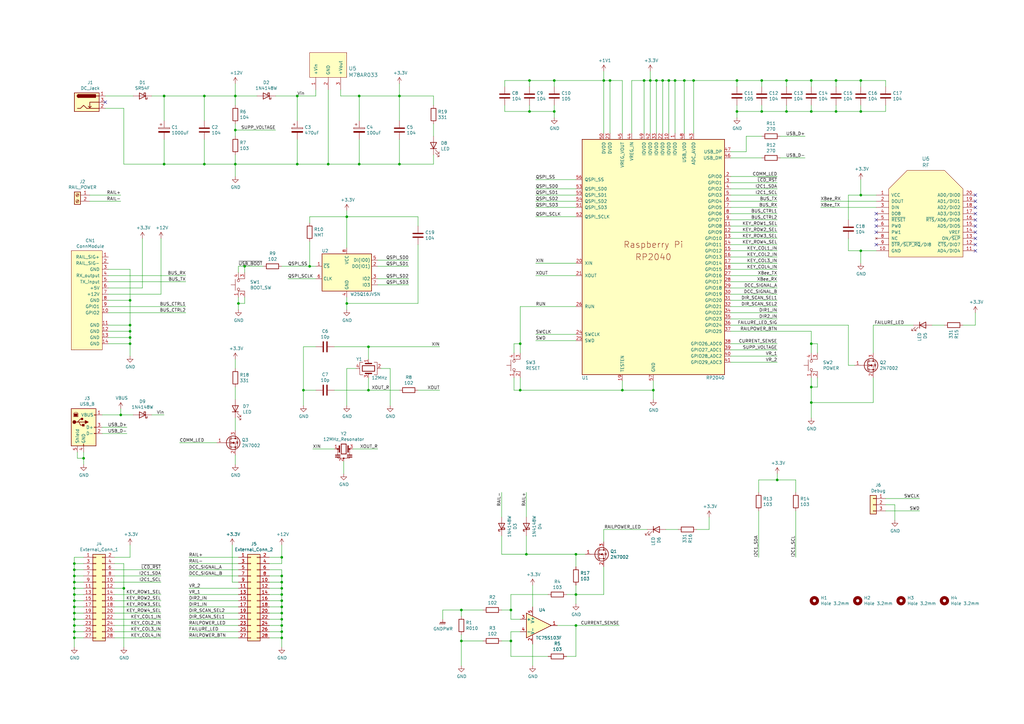
<source format=kicad_sch>
(kicad_sch (version 20211123) (generator eeschema)
  (paper "A3")
  (lib_symbols
    (symbol "Amplifier_Operational:MCP6001-OT" (pin_names (offset 0.127))
      (property "Reference" "U" (at -1.27 6.35 0))
      (property "Value" "MCP6001-OT" (at -1.27 3.81 0))
      (symbol "MCP6001-OT_0_1"
        (pin power_in line (at -2.54 -7.62 90) (length 3.81) (name "V-") (number "2"))
        (pin power_in line (at -2.54 7.62 270) (length 3.81) (name "V+") (number "5"))
      )
      (symbol "MCP6001-OT_1_1"
        (pin output line (at 7.62 0 180) (length 2.54) (name "~") (number "1"))
        (pin input line (at -7.62 2.54 0) (length 2.54) (name "+") (number "3"))
        (pin input line (at -7.62 -2.54 0) (length 2.54) (name "-") (number "4"))
      )
    )
    (symbol "Connector:Barrel_Jack_Switch" (pin_names hide)
      (property "Reference" "J" (at 0 5.334 0))
      (property "Value" "Barrel_Jack_Switch" (at 0 -5.08 0))
      (symbol "Barrel_Jack_Switch_1_1"
        (pin passive line (at 7.62 2.54 180) (length 2.54) (name "~") (number "1"))
        (pin passive line (at 7.62 -2.54 180) (length 2.54) (name "~") (number "2"))
        (pin passive line (at 7.62 0 180) (length 2.54) (name "~") (number "3"))
      )
    )
    (symbol "Connector:Screw_Terminal_01x02" (pin_names (offset 1.016) hide)
      (property "Reference" "J" (at 0 2.54 0))
      (property "Value" "Screw_Terminal_01x02" (at 0 -5.08 0))
      (symbol "Screw_Terminal_01x02_1_1"
        (pin passive line (at -5.08 0 0) (length 3.81) (name "Pin_1") (number "1"))
        (pin passive line (at -5.08 -2.54 0) (length 3.81) (name "Pin_2") (number "2"))
      )
    )
    (symbol "Connector:USB_B" (pin_names (offset 1.016))
      (property "Reference" "J" (at -5.08 11.43 0))
      (property "Value" "USB_B" (at -5.08 8.89 0))
      (symbol "USB_B_1_1"
        (pin power_out line (at 7.62 5.08 180) (length 2.54) (name "VBUS") (number "1"))
        (pin bidirectional line (at 7.62 -2.54 180) (length 2.54) (name "D-") (number "2"))
        (pin bidirectional line (at 7.62 0 180) (length 2.54) (name "D+") (number "3"))
        (pin power_out line (at 0 -10.16 90) (length 2.54) (name "GND") (number "4"))
        (pin passive line (at -2.54 -10.16 90) (length 2.54) (name "Shield") (number "5"))
      )
    )
    (symbol "Connector_Generic:Conn_01x03" (pin_names (offset 1.016) hide)
      (property "Reference" "J" (at 0 5.08 0))
      (property "Value" "Conn_01x03" (at 0 -5.08 0))
      (symbol "Conn_01x03_1_1"
        (pin passive line (at -5.08 2.54 0) (length 3.81) (name "Pin_1") (number "1"))
        (pin passive line (at -5.08 0 0) (length 3.81) (name "Pin_2") (number "2"))
        (pin passive line (at -5.08 -2.54 0) (length 3.81) (name "Pin_3") (number "3"))
      )
    )
    (symbol "Connector_Generic:Conn_02x14_Odd_Even" (pin_names (offset 1.016) hide)
      (property "Reference" "J" (at 1.27 17.78 0))
      (property "Value" "Conn_02x14_Odd_Even" (at 1.27 -20.32 0))
      (symbol "Conn_02x14_Odd_Even_1_1"
        (pin passive line (at -5.08 15.24 0) (length 3.81) (name "Pin_1") (number "1"))
        (pin passive line (at 7.62 5.08 180) (length 3.81) (name "Pin_10") (number "10"))
        (pin passive line (at -5.08 2.54 0) (length 3.81) (name "Pin_11") (number "11"))
        (pin passive line (at 7.62 2.54 180) (length 3.81) (name "Pin_12") (number "12"))
        (pin passive line (at -5.08 0 0) (length 3.81) (name "Pin_13") (number "13"))
        (pin passive line (at 7.62 0 180) (length 3.81) (name "Pin_14") (number "14"))
        (pin passive line (at -5.08 -2.54 0) (length 3.81) (name "Pin_15") (number "15"))
        (pin passive line (at 7.62 -2.54 180) (length 3.81) (name "Pin_16") (number "16"))
        (pin passive line (at -5.08 -5.08 0) (length 3.81) (name "Pin_17") (number "17"))
        (pin passive line (at 7.62 -5.08 180) (length 3.81) (name "Pin_18") (number "18"))
        (pin passive line (at -5.08 -7.62 0) (length 3.81) (name "Pin_19") (number "19"))
        (pin passive line (at 7.62 15.24 180) (length 3.81) (name "Pin_2") (number "2"))
        (pin passive line (at 7.62 -7.62 180) (length 3.81) (name "Pin_20") (number "20"))
        (pin passive line (at -5.08 -10.16 0) (length 3.81) (name "Pin_21") (number "21"))
        (pin passive line (at 7.62 -10.16 180) (length 3.81) (name "Pin_22") (number "22"))
        (pin passive line (at -5.08 -12.7 0) (length 3.81) (name "Pin_23") (number "23"))
        (pin passive line (at 7.62 -12.7 180) (length 3.81) (name "Pin_24") (number "24"))
        (pin passive line (at -5.08 -15.24 0) (length 3.81) (name "Pin_25") (number "25"))
        (pin passive line (at 7.62 -15.24 180) (length 3.81) (name "Pin_26") (number "26"))
        (pin passive line (at -5.08 -17.78 0) (length 3.81) (name "Pin_27") (number "27"))
        (pin passive line (at 7.62 -17.78 180) (length 3.81) (name "Pin_28") (number "28"))
        (pin passive line (at -5.08 12.7 0) (length 3.81) (name "Pin_3") (number "3"))
        (pin passive line (at 7.62 12.7 180) (length 3.81) (name "Pin_4") (number "4"))
        (pin passive line (at -5.08 10.16 0) (length 3.81) (name "Pin_5") (number "5"))
        (pin passive line (at 7.62 10.16 180) (length 3.81) (name "Pin_6") (number "6"))
        (pin passive line (at -5.08 7.62 0) (length 3.81) (name "Pin_7") (number "7"))
        (pin passive line (at 7.62 7.62 180) (length 3.81) (name "Pin_8") (number "8"))
        (pin passive line (at -5.08 5.08 0) (length 3.81) (name "Pin_9") (number "9"))
      )
    )
    (symbol "CustomParts:ConnModule" (pin_names (offset 1.016))
      (property "Reference" "CN" (at 0 19.05 0))
      (property "Value" "ConnModule" (at 0 -24.13 0))
      (symbol "ConnModule_1_1"
        (pin output line (at -8.89 15.24 0) (length 2.54) (name "RAIL_SIG+") (number "1"))
        (pin output line (at -8.89 -7.62 0) (length 2.54) (name "GPIO2") (number "10"))
        (pin output line (at -8.89 -12.7 0) (length 2.54) (name "GND") (number "11"))
        (pin output line (at -8.89 -15.24 0) (length 2.54) (name "GND") (number "12"))
        (pin output line (at -8.89 -17.78 0) (length 2.54) (name "GND") (number "13"))
        (pin output line (at -8.89 -20.32 0) (length 2.54) (name "GND") (number "14"))
        (pin output line (at -8.89 12.7 0) (length 2.54) (name "RAIL_SIG-") (number "2"))
        (pin output line (at -8.89 10.16 0) (length 2.54) (name "GND") (number "3"))
        (pin output line (at -8.89 7.62 0) (length 2.54) (name "RX_output") (number "4"))
        (pin output line (at -8.89 5.08 0) (length 2.54) (name "TX_input") (number "5"))
        (pin output line (at -8.89 2.54 0) (length 2.54) (name "+5V") (number "6"))
        (pin output line (at -8.89 0 0) (length 2.54) (name "+12V") (number "7"))
        (pin output line (at -8.89 -2.54 0) (length 2.54) (name "GND") (number "8"))
        (pin output line (at -8.89 -5.08 0) (length 2.54) (name "GPIO1") (number "9"))
      )
    )
    (symbol "Device:C" (pin_numbers hide) (pin_names (offset 0.254))
      (property "Reference" "C" (at 0.635 2.54 0))
      (property "Value" "C" (at 0.635 -2.54 0))
      (symbol "C_1_1"
        (pin passive line (at 0 3.81 270) (length 2.794) (name "~") (number "1"))
        (pin passive line (at 0 -3.81 90) (length 2.794) (name "~") (number "2"))
      )
    )
    (symbol "Device:C_Polarized" (pin_numbers hide) (pin_names (offset 0.254))
      (property "Reference" "C" (at 0.635 2.54 0))
      (property "Value" "C_Polarized" (at 0.635 -2.54 0))
      (symbol "C_Polarized_1_1"
        (pin passive line (at 0 3.81 270) (length 2.794) (name "~") (number "1"))
        (pin passive line (at 0 -3.81 90) (length 2.794) (name "~") (number "2"))
      )
    )
    (symbol "Device:Crystal_GND24" (pin_names (offset 1.016) hide)
      (property "Reference" "Y" (at 3.175 5.08 0))
      (property "Value" "Crystal_GND24" (at 3.175 3.175 0))
      (symbol "Crystal_GND24_1_1"
        (pin passive line (at -3.81 0 0) (length 1.27) (name "1") (number "1"))
        (pin passive line (at 0 5.08 270) (length 1.27) (name "2") (number "2"))
        (pin passive line (at 3.81 0 180) (length 1.27) (name "3") (number "3"))
        (pin passive line (at 0 -5.08 90) (length 1.27) (name "4") (number "4"))
      )
    )
    (symbol "Device:D_Schottky" (pin_numbers hide) (pin_names (offset 1.016) hide)
      (property "Reference" "D" (at 0 2.54 0))
      (property "Value" "D_Schottky" (at 0 -2.54 0))
      (symbol "D_Schottky_1_1"
        (pin passive line (at -3.81 0 0) (length 2.54) (name "K") (number "1"))
        (pin passive line (at 3.81 0 180) (length 2.54) (name "A") (number "2"))
      )
    )
    (symbol "Device:LED" (pin_numbers hide) (pin_names (offset 1.016) hide)
      (property "Reference" "D" (at 0 2.54 0))
      (property "Value" "LED" (at 0 -2.54 0))
      (symbol "LED_1_1"
        (pin passive line (at -3.81 0 0) (length 2.54) (name "K") (number "1"))
        (pin passive line (at 3.81 0 180) (length 2.54) (name "A") (number "2"))
      )
    )
    (symbol "Device:Q_NMOS_GDS" (pin_names (offset 0) hide)
      (property "Reference" "Q" (at 5.08 1.27 0))
      (property "Value" "Q_NMOS_GDS" (at 5.08 -1.27 0))
      (symbol "Q_NMOS_GDS_1_1"
        (pin input line (at -5.08 0 0) (length 2.54) (name "G") (number "1"))
        (pin passive line (at 2.54 5.08 270) (length 2.54) (name "D") (number "2"))
        (pin passive line (at 2.54 -5.08 90) (length 2.54) (name "S") (number "3"))
      )
    )
    (symbol "Device:Q_NMOS_GSD" (pin_names (offset 0) hide)
      (property "Reference" "Q" (at 5.08 1.27 0))
      (property "Value" "Q_NMOS_GSD" (at 5.08 -1.27 0))
      (symbol "Q_NMOS_GSD_1_1"
        (pin input line (at -5.08 0 0) (length 2.54) (name "G") (number "1"))
        (pin passive line (at 2.54 -5.08 90) (length 2.54) (name "S") (number "2"))
        (pin passive line (at 2.54 5.08 270) (length 2.54) (name "D") (number "3"))
      )
    )
    (symbol "Device:R" (pin_numbers hide) (pin_names (offset 0))
      (property "Reference" "R" (at 2.032 0 90))
      (property "Value" "R" (at 0 0 90))
      (symbol "R_1_1"
        (pin passive line (at 0 3.81 270) (length 1.27) (name "~") (number "1"))
        (pin passive line (at 0 -3.81 90) (length 1.27) (name "~") (number "2"))
      )
    )
    (symbol "Device:Resonator" (pin_names (offset 1.016) hide)
      (property "Reference" "Y" (at 0 5.715 0))
      (property "Value" "Resonator" (at 0 3.81 0))
      (symbol "Resonator_1_1"
        (pin passive line (at -3.81 0 0) (length 1.27) (name "1") (number "1"))
        (pin passive line (at 0 -5.08 90) (length 1.27) (name "2") (number "2"))
        (pin passive line (at 3.81 0 180) (length 1.27) (name "3") (number "3"))
      )
    )
    (symbol "Driver_FET:IRS2003"
      (property "Reference" "U" (at 1.27 13.335 0))
      (property "Value" "IRS2003" (at 1.27 11.43 0))
      (symbol "IRS2003_1_1"
        (pin power_in line (at 0 12.7 270) (length 2.54) (name "VCC") (number "1"))
        (pin input line (at -7.62 0 0) (length 2.54) (name "HIN") (number "2"))
        (pin input line (at -7.62 -2.54 0) (length 2.54) (name "~{LIN}") (number "3"))
        (pin power_in line (at 0 -12.7 90) (length 2.54) (name "COM") (number "4"))
        (pin output line (at 7.62 -7.62 180) (length 2.54) (name "LO") (number "5"))
        (pin passive line (at 7.62 -5.08 180) (length 2.54) (name "VS") (number "6"))
        (pin output line (at 7.62 5.08 180) (length 2.54) (name "HO") (number "7"))
        (pin passive line (at 7.62 7.62 180) (length 2.54) (name "VB") (number "8"))
      )
    )
    (symbol "MCU_RaspberryPi_RP2040:RP2040" (pin_names (offset 1.016))
      (property "Reference" "U" (at -29.21 49.53 0))
      (property "Value" "RP2040" (at 24.13 -49.53 0))
      (symbol "RP2040_0_0"
        (text "Raspberry Pi" (at 0 5.08 0) (effects (font (size 2.54 2.54))))
        (text "RP2040" (at 0 0 0) (effects (font (size 2.54 2.54))))
      )
      (symbol "RP2040_1_1"
        (pin power_in line (at 8.89 50.8 270) (length 2.54) (name "IOVDD") (number "1"))
        (pin power_in line (at 6.35 50.8 270) (length 2.54) (name "IOVDD") (number "10"))
        (pin bidirectional line (at 31.75 12.7 180) (length 2.54) (name "GPIO8") (number "11"))
        (pin bidirectional line (at 31.75 10.16 180) (length 2.54) (name "GPIO9") (number "12"))
        (pin bidirectional line (at 31.75 7.62 180) (length 2.54) (name "GPIO10") (number "13"))
        (pin bidirectional line (at 31.75 5.08 180) (length 2.54) (name "GPIO11") (number "14"))
        (pin bidirectional line (at 31.75 2.54 180) (length 2.54) (name "GPIO12") (number "15"))
        (pin bidirectional line (at 31.75 0 180) (length 2.54) (name "GPIO13") (number "16"))
        (pin bidirectional line (at 31.75 -2.54 180) (length 2.54) (name "GPIO14") (number "17"))
        (pin bidirectional line (at 31.75 -5.08 180) (length 2.54) (name "GPIO15") (number "18"))
        (pin passive line (at -12.7 -50.8 90) (length 2.54) (name "TESTEN") (number "19"))
        (pin bidirectional line (at 31.75 33.02 180) (length 2.54) (name "GPIO0") (number "2"))
        (pin input line (at -31.75 -2.54 0) (length 2.54) (name "XIN") (number "20"))
        (pin passive line (at -31.75 -7.62 0) (length 2.54) (name "XOUT") (number "21"))
        (pin power_in line (at 3.81 50.8 270) (length 2.54) (name "IOVDD") (number "22"))
        (pin power_in line (at -17.78 50.8 270) (length 2.54) (name "DVDD") (number "23"))
        (pin output line (at -31.75 -31.75 0) (length 2.54) (name "SWCLK") (number "24"))
        (pin bidirectional line (at -31.75 -34.29 0) (length 2.54) (name "SWD") (number "25"))
        (pin input line (at -31.75 -20.32 0) (length 2.54) (name "RUN") (number "26"))
        (pin bidirectional line (at 31.75 -7.62 180) (length 2.54) (name "GPIO16") (number "27"))
        (pin bidirectional line (at 31.75 -10.16 180) (length 2.54) (name "GPIO17") (number "28"))
        (pin bidirectional line (at 31.75 -12.7 180) (length 2.54) (name "GPIO18") (number "29"))
        (pin bidirectional line (at 31.75 30.48 180) (length 2.54) (name "GPIO1") (number "3"))
        (pin bidirectional line (at 31.75 -15.24 180) (length 2.54) (name "GPIO19") (number "30"))
        (pin bidirectional line (at 31.75 -17.78 180) (length 2.54) (name "GPIO20") (number "31"))
        (pin bidirectional line (at 31.75 -20.32 180) (length 2.54) (name "GPIO21") (number "32"))
        (pin power_in line (at 1.27 50.8 270) (length 2.54) (name "IOVDD") (number "33"))
        (pin bidirectional line (at 31.75 -22.86 180) (length 2.54) (name "GPIO22") (number "34"))
        (pin bidirectional line (at 31.75 -25.4 180) (length 2.54) (name "GPIO23") (number "35"))
        (pin bidirectional line (at 31.75 -27.94 180) (length 2.54) (name "GPIO24") (number "36"))
        (pin bidirectional line (at 31.75 -30.48 180) (length 2.54) (name "GPIO25") (number "37"))
        (pin bidirectional line (at 31.75 -35.56 180) (length 2.54) (name "GPIO26_ADC0") (number "38"))
        (pin bidirectional line (at 31.75 -38.1 180) (length 2.54) (name "GPIO27_ADC1") (number "39"))
        (pin bidirectional line (at 31.75 27.94 180) (length 2.54) (name "GPIO2") (number "4"))
        (pin bidirectional line (at 31.75 -40.64 180) (length 2.54) (name "GPIO28_ADC2") (number "40"))
        (pin bidirectional line (at 31.75 -43.18 180) (length 2.54) (name "GPIO29_ADC3") (number "41"))
        (pin power_in line (at -1.27 50.8 270) (length 2.54) (name "IOVDD") (number "42"))
        (pin power_in line (at 16.51 50.8 270) (length 2.54) (name "ADC_AVDD") (number "43"))
        (pin power_in line (at -8.89 50.8 270) (length 2.54) (name "VREG_IN") (number "44"))
        (pin power_out line (at -12.7 50.8 270) (length 2.54) (name "VREG_VOUT") (number "45"))
        (pin bidirectional line (at 31.75 40.64 180) (length 2.54) (name "USB_DM") (number "46"))
        (pin bidirectional line (at 31.75 43.18 180) (length 2.54) (name "USB_DP") (number "47"))
        (pin power_in line (at 12.7 50.8 270) (length 2.54) (name "USB_VDD") (number "48"))
        (pin power_in line (at -3.81 50.8 270) (length 2.54) (name "IOVDD") (number "49"))
        (pin bidirectional line (at 31.75 25.4 180) (length 2.54) (name "GPIO3") (number "5"))
        (pin power_in line (at -20.32 50.8 270) (length 2.54) (name "DVDD") (number "50"))
        (pin bidirectional line (at -31.75 20.32 0) (length 2.54) (name "QSPI_SD3") (number "51"))
        (pin output line (at -31.75 16.51 0) (length 2.54) (name "QSPI_SCLK") (number "52"))
        (pin bidirectional line (at -31.75 27.94 0) (length 2.54) (name "QSPI_SD0") (number "53"))
        (pin bidirectional line (at -31.75 22.86 0) (length 2.54) (name "QSPI_SD2") (number "54"))
        (pin bidirectional line (at -31.75 25.4 0) (length 2.54) (name "QSPI_SD1") (number "55"))
        (pin bidirectional line (at -31.75 31.75 0) (length 2.54) (name "QSPI_SS") (number "56"))
        (pin power_in line (at 0 -50.8 90) (length 2.54) (name "GND") (number "57"))
        (pin bidirectional line (at 31.75 22.86 180) (length 2.54) (name "GPIO4") (number "6"))
        (pin bidirectional line (at 31.75 20.32 180) (length 2.54) (name "GPIO5") (number "7"))
        (pin bidirectional line (at 31.75 17.78 180) (length 2.54) (name "GPIO6") (number "8"))
        (pin bidirectional line (at 31.75 15.24 180) (length 2.54) (name "GPIO7") (number "9"))
      )
    )
    (symbol "Mechanical:MountingHole" (pin_names (offset 1.016))
      (property "Reference" "H" (at 0 5.08 0))
      (property "Value" "MountingHole" (at 0 3.175 0))
    )
    (symbol "Memory_Flash:W25Q32JVSS"
      (property "Reference" "U" (at -8.89 8.89 0))
      (property "Value" "W25Q32JVSS" (at 7.62 8.89 0))
      (symbol "W25Q32JVSS_1_1"
        (pin input line (at -12.7 2.54 0) (length 2.54) (name "~{CS}") (number "1"))
        (pin bidirectional line (at 12.7 2.54 180) (length 2.54) (name "DO(IO1)") (number "2"))
        (pin bidirectional line (at 12.7 -2.54 180) (length 2.54) (name "IO2") (number "3"))
        (pin power_in line (at 0 -10.16 90) (length 2.54) (name "GND") (number "4"))
        (pin bidirectional line (at 12.7 5.08 180) (length 2.54) (name "DI(IO0)") (number "5"))
        (pin input line (at -12.7 -2.54 0) (length 2.54) (name "CLK") (number "6"))
        (pin bidirectional line (at 12.7 -5.08 180) (length 2.54) (name "IO3") (number "7"))
        (pin power_in line (at 0 10.16 270) (length 2.54) (name "VCC") (number "8"))
      )
    )
    (symbol "Switch:SW_MEC_5E" (pin_names (offset 1.016) hide)
      (property "Reference" "SW" (at 0.635 5.715 0))
      (property "Value" "SW_MEC_5E" (at 0 -3.175 0))
      (symbol "SW_MEC_5E_0_1"
        (pin passive line (at -5.08 2.54 0) (length 2.54) (name "1") (number "1"))
        (pin passive line (at -5.08 0 0) (length 2.54) (name "2") (number "2"))
        (pin passive line (at 5.08 0 180) (length 2.54) (name "K") (number "3"))
        (pin passive line (at 5.08 2.54 180) (length 2.54) (name "A") (number "4"))
      )
    )
    (symbol "m78ar033:M78AR033" (pin_names (offset 1.016))
      (property "Reference" "U" (at -6.35 13.97 0))
      (property "Value" "M78AR033" (at -1.27 11.43 0))
      (symbol "M78AR033_1_1"
        (pin input line (at -5.08 -5.08 90) (length 5.08) (name "+Vin") (number "1"))
        (pin input line (at 0 -5.08 90) (length 5.08) (name "GND") (number "2"))
        (pin input line (at 5.08 -5.08 90) (length 5.08) (name "+Vout") (number "3"))
      )
    )
    (symbol "power:+12V" (power) (pin_names (offset 0))
      (property "Value" "+12V" (at 0 3.556 0))
      (symbol "+12V_1_1"
        (pin power_in line (at 0 0 90) (length 0) hide (name "+12V") (number "1"))
      )
    )
    (symbol "power:+1V1" (power) (pin_names (offset 0))
      (property "Value" "+1V1" (at 0 3.556 0))
      (symbol "+1V1_1_1"
        (pin power_in line (at 0 0 90) (length 0) hide (name "+1V1") (number "1"))
      )
    )
    (symbol "power:+3.3V" (power) (pin_names (offset 0))
      (property "Value" "+3.3V" (at 0 3.556 0))
      (symbol "+3.3V_1_1"
        (pin power_in line (at 0 0 90) (length 0) hide (name "+3.3V") (number "1"))
      )
    )
    (symbol "power:GND" (power) (pin_names (offset 0))
      (property "Value" "GND" (at 0 -3.81 0))
      (symbol "GND_1_1"
        (pin power_in line (at 0 0 270) (length 0) hide (name "GND") (number "1"))
      )
    )
    (symbol "power:GNDPWR" (power) (pin_names (offset 0))
      (property "Value" "GNDPWR" (at 0 -3.302 0))
      (symbol "GNDPWR_1_1"
        (pin power_in line (at 0 0 270) (length 0) hide (name "GNDPWR") (number "1"))
      )
    )
    (symbol "power:VBUS" (power) (pin_names (offset 0))
      (property "Value" "VBUS" (at 0 3.81 0))
      (symbol "VBUS_1_1"
        (pin power_in line (at 0 0 90) (length 0) hide (name "VBUS") (number "1"))
      )
    )
    (symbol "xbee:XBEE" (pin_names (offset 1.016))
      (property "Reference" "U" (at -6.35 21.59 0))
      (property "Value" "XBEE" (at 12.7 -16.51 0))
      (symbol "XBEE_1_1"
        (pin power_in line (at -20.32 10.16 0) (length 5.08) (name "VCC") (number "1"))
        (pin power_in line (at -20.32 -12.7 0) (length 5.08) (name "GND") (number "10"))
        (pin power_in line (at 20.32 -12.7 180) (length 5.08) (name "AD4/DIO4") (number "11"))
        (pin power_in line (at 20.32 -10.16 180) (length 5.08) (name "~{CTS}/DIO7") (number "12"))
        (pin power_in line (at 20.32 -7.62 180) (length 5.08) (name "ON/~{SLP}") (number "13"))
        (pin power_in line (at 20.32 -5.08 180) (length 5.08) (name "VREF") (number "14"))
        (pin bidirectional line (at 20.32 -2.54 180) (length 5.08) (name "AD5/DIO5") (number "15"))
        (pin bidirectional line (at 20.32 0 180) (length 5.08) (name "~{RTS}/AD6/DIO6") (number "16"))
        (pin bidirectional line (at 20.32 2.54 180) (length 5.08) (name "AD3/DIO3") (number "17"))
        (pin bidirectional line (at 20.32 5.08 180) (length 5.08) (name "AD2/DIO2") (number "18"))
        (pin bidirectional line (at 20.32 7.62 180) (length 5.08) (name "AD1/DIO1") (number "19"))
        (pin output line (at -20.32 7.62 0) (length 5.08) (name "DOUT") (number "2"))
        (pin bidirectional line (at 20.32 10.16 180) (length 5.08) (name "AD0/DIO0") (number "20"))
        (pin input line (at -20.32 5.08 0) (length 5.08) (name "DIN") (number "3"))
        (pin output line (at -20.32 2.54 0) (length 5.08) (name "DO8") (number "4"))
        (pin input line (at -20.32 0 0) (length 5.08) (name "~{RESET}") (number "5"))
        (pin bidirectional line (at -20.32 -2.54 0) (length 5.08) (name "PW0") (number "6"))
        (pin bidirectional line (at -20.32 -5.08 0) (length 5.08) (name "PW1") (number "7"))
        (pin no_connect line (at -20.32 -7.62 0) (length 5.08) (name "NC") (number "8"))
        (pin input line (at -20.32 -10.16 0) (length 5.08) (name "~{DTR}/~{SLP_RQ}/DI8") (number "9"))
      )
    )
  )
  (junction (at 266.7 33.02))
  (junction (at 151.13 160.02))
  (junction (at 49.53 170.18))
  (junction (at 271.78 33.02))
  (junction (at 115.57 246.38))
  (junction (at 353.06 33.02))
  (junction (at 276.86 33.02))
  (junction (at 302.26 45.72))
  (junction (at 322.58 33.02))
  (junction (at 30.48 233.68))
  (junction (at 332.74 45.72))
  (junction (at 332.74 165.1))
  (junction (at 115.57 241.3))
  (junction (at 332.74 158.75))
  (junction (at 115.57 256.54))
  (junction (at 30.48 236.22))
  (junction (at 115.57 238.76))
  (junction (at 163.83 39.37))
  (junction (at 30.48 251.46))
  (junction (at 30.48 241.3))
  (junction (at 302.26 33.02))
  (junction (at 30.48 238.76))
  (junction (at 332.74 33.02))
  (junction (at 115.57 243.84))
  (junction (at 115.57 251.46))
  (junction (at 353.06 45.72))
  (junction (at 100.33 109.22))
  (junction (at 67.31 39.37))
  (junction (at -100.33 116.84))
  (junction (at -146.05 182.88))
  (junction (at 318.77 196.85))
  (junction (at 342.9 33.02))
  (junction (at -134.62 90.17))
  (junction (at 255.27 160.02))
  (junction (at 227.33 45.72))
  (junction (at 163.83 67.31))
  (junction (at 96.52 53.34))
  (junction (at 151.13 142.24))
  (junction (at 50.8 241.3))
  (junction (at 115.57 254))
  (junction (at 342.9 45.72))
  (junction (at 30.48 254))
  (junction (at 67.31 67.31))
  (junction (at 83.82 67.31))
  (junction (at 215.9 227.33))
  (junction (at 53.34 133.35))
  (junction (at 142.24 88.9))
  (junction (at -121.92 187.96))
  (junction (at 312.42 45.72))
  (junction (at 53.34 135.89))
  (junction (at -146.05 115.57))
  (junction (at 115.57 261.62))
  (junction (at -134.62 135.89))
  (junction (at 115.57 228.6))
  (junction (at 30.48 259.08))
  (junction (at 121.92 67.31))
  (junction (at -134.62 157.48))
  (junction (at 30.48 246.38))
  (junction (at 97.79 124.46))
  (junction (at 217.17 33.02))
  (junction (at 322.58 45.72))
  (junction (at 353.06 102.87))
  (junction (at 30.48 243.84))
  (junction (at 147.32 39.37))
  (junction (at -100.33 184.15))
  (junction (at 267.97 160.02))
  (junction (at 30.48 231.14))
  (junction (at 189.23 250.19))
  (junction (at 121.92 39.37))
  (junction (at 274.32 33.02))
  (junction (at 264.16 33.02))
  (junction (at 213.36 160.02))
  (junction (at 209.55 250.19))
  (junction (at -134.62 203.2))
  (junction (at 227.33 33.02))
  (junction (at 280.67 33.02))
  (junction (at 53.34 123.19))
  (junction (at 30.48 256.54))
  (junction (at -121.92 120.65))
  (junction (at 127 109.22))
  (junction (at 353.06 80.01))
  (junction (at 189.23 262.89))
  (junction (at 332.74 140.97))
  (junction (at 217.17 45.72))
  (junction (at -134.62 99.06))
  (junction (at 30.48 248.92))
  (junction (at 312.42 33.02))
  (junction (at 147.32 67.31))
  (junction (at -121.92 175.26))
  (junction (at 142.24 124.46))
  (junction (at 96.52 67.31))
  (junction (at 83.82 39.37))
  (junction (at 250.19 33.02))
  (junction (at 115.57 248.92))
  (junction (at 236.22 243.84))
  (junction (at 124.46 160.02))
  (junction (at 269.24 33.02))
  (junction (at 209.55 262.89))
  (junction (at -121.92 107.95))
  (junction (at 213.36 140.97))
  (junction (at 284.48 33.02))
  (junction (at 236.22 256.54))
  (junction (at 236.22 227.33))
  (junction (at 134.62 67.31))
  (junction (at 115.57 259.08))
  (junction (at 53.34 138.43))
  (junction (at -134.62 166.37))
  (junction (at 53.34 140.97))
  (junction (at 96.52 39.37))
  (junction (at 34.29 187.96))
  (junction (at 115.57 236.22))
  (junction (at 30.48 261.62))
  (junction (at 247.65 33.02))
  (no_connect (at 359.41 95.25))
  (no_connect (at 400.05 92.71))
  (no_connect (at 400.05 85.09))
  (no_connect (at 359.41 92.71))
  (no_connect (at 400.05 82.55))
  (no_connect (at 400.05 100.33))
  (no_connect (at 400.05 87.63))
  (no_connect (at 359.41 100.33))
  (no_connect (at 400.05 80.01))
  (no_connect (at 400.05 97.79))
  (no_connect (at 400.05 90.17))
  (no_connect (at 359.41 90.17))
  (no_connect (at 400.05 95.25))
  (no_connect (at 43.18 41.91))
  (no_connect (at 359.41 87.63))
  (no_connect (at 400.05 102.87))
  (wire (pts (xy 210.82 154.94) (xy 210.82 160.02)))
  (wire (pts (xy 134.62 67.31) (xy 147.32 67.31)))
  (wire (pts (xy 299.72 62.23) (xy 306.07 62.23)))
  (wire (pts (xy 209.55 250.19) (xy 205.74 250.19)))
  (wire (pts (xy 96.52 63.5) (xy 96.52 67.31)))
  (wire (pts (xy -121.92 186.69) (xy -121.92 187.96)))
  (wire (pts (xy 50.8 44.45) (xy 50.8 67.31)))
  (wire (pts (xy 97.79 109.22) (xy 100.33 109.22)))
  (wire (pts (xy 218.44 273.05) (xy 218.44 264.16)))
  (wire (pts (xy 46.99 261.62) (xy 66.04 261.62)))
  (wire (pts (xy 163.83 67.31) (xy 163.83 57.15)))
  (wire (pts (xy 347.98 149.86) (xy 350.52 149.86)))
  (wire (pts (xy 247.65 222.25) (xy 247.65 217.17)))
  (wire (pts (xy -121.92 120.65) (xy -109.22 120.65)))
  (wire (pts (xy 167.64 114.3) (xy 154.94 114.3)))
  (wire (pts (xy 332.74 158.75) (xy 332.74 154.94)))
  (wire (pts (xy 273.05 217.17) (xy 278.13 217.17)))
  (wire (pts (xy 30.48 256.54) (xy 30.48 259.08)))
  (wire (pts (xy 53.34 140.97) (xy 53.34 146.05)))
  (wire (pts (xy 171.45 100.33) (xy 171.45 124.46)))
  (wire (pts (xy -134.62 90.17) (xy -134.62 99.06)))
  (wire (pts (xy 34.29 246.38) (xy 30.48 246.38)))
  (wire (pts (xy 43.18 39.37) (xy 54.61 39.37)))
  (wire (pts (xy 264.16 33.02) (xy 266.7 33.02)))
  (wire (pts (xy 210.82 144.78) (xy 210.82 140.97)))
  (wire (pts (xy 41.91 170.18) (xy 49.53 170.18)))
  (wire (pts (xy 236.22 269.24) (xy 236.22 256.54)))
  (wire (pts (xy 154.94 116.84) (xy 167.64 116.84)))
  (wire (pts (xy 210.82 140.97) (xy 213.36 140.97)))
  (wire (pts (xy 115.57 109.22) (xy 127 109.22)))
  (wire (pts (xy -121.92 195.58) (xy -107.95 195.58)))
  (wire (pts (xy 189.23 250.19) (xy 198.12 250.19)))
  (wire (pts (xy 46.99 251.46) (xy 66.04 251.46)))
  (wire (pts (xy 255.27 160.02) (xy 267.97 160.02)))
  (wire (pts (xy 299.72 74.93) (xy 318.77 74.93)))
  (wire (pts (xy -119.38 177.8) (xy -119.38 173.99)))
  (wire (pts (xy 34.29 238.76) (xy 30.48 238.76)))
  (wire (pts (xy 97.79 238.76) (xy 95.25 238.76)))
  (wire (pts (xy 96.52 67.31) (xy 121.92 67.31)))
  (wire (pts (xy -127 110.49) (xy -119.38 110.49)))
  (wire (pts (xy 44.45 120.65) (xy 66.04 120.65)))
  (wire (pts (xy 77.47 243.84) (xy 97.79 243.84)))
  (wire (pts (xy 129.54 160.02) (xy 124.46 160.02)))
  (wire (pts (xy 236.22 137.16) (xy 219.71 137.16)))
  (wire (pts (xy 96.52 39.37) (xy 105.41 39.37)))
  (wire (pts (xy 358.14 165.1) (xy 358.14 154.94)))
  (wire (pts (xy 142.24 124.46) (xy 171.45 124.46)))
  (wire (pts (xy 53.34 138.43) (xy 53.34 140.97)))
  (wire (pts (xy 110.49 251.46) (xy 115.57 251.46)))
  (wire (pts (xy 53.34 110.49) (xy 53.34 123.19)))
  (wire (pts (xy 255.27 33.02) (xy 250.19 33.02)))
  (wire (pts (xy -109.22 116.84) (xy -100.33 116.84)))
  (wire (pts (xy 236.22 232.41) (xy 236.22 227.33)))
  (wire (pts (xy 269.24 33.02) (xy 269.24 54.61)))
  (wire (pts (xy 207.01 45.72) (xy 217.17 45.72)))
  (wire (pts (xy 151.13 160.02) (xy 151.13 154.94)))
  (wire (pts (xy -132.08 99.06) (xy -134.62 99.06)))
  (wire (pts (xy 299.72 82.55) (xy 318.77 82.55)))
  (wire (pts (xy -132.08 166.37) (xy -134.62 166.37)))
  (wire (pts (xy 34.29 259.08) (xy 30.48 259.08)))
  (wire (pts (xy 347.98 102.87) (xy 353.06 102.87)))
  (wire (pts (xy -100.33 123.19) (xy -100.33 116.84)))
  (wire (pts (xy 247.65 29.21) (xy 247.65 33.02)))
  (wire (pts (xy -142.24 118.11) (xy -146.05 118.11)))
  (wire (pts (xy 115.57 238.76) (xy 115.57 236.22)))
  (wire (pts (xy 227.33 33.02) (xy 227.33 35.56)))
  (wire (pts (xy 209.55 254) (xy 209.55 250.19)))
  (wire (pts (xy 299.72 72.39) (xy 318.77 72.39)))
  (wire (pts (xy 46.99 254) (xy 66.04 254)))
  (wire (pts (xy -134.62 128.27) (xy -134.62 135.89)))
  (wire (pts (xy 213.36 125.73) (xy 236.22 125.73)))
  (wire (pts (xy 34.29 236.22) (xy 30.48 236.22)))
  (wire (pts (xy 219.71 85.09) (xy 236.22 85.09)))
  (wire (pts (xy -127 120.65) (xy -121.92 120.65)))
  (wire (pts (xy 46.99 256.54) (xy 66.04 256.54)))
  (wire (pts (xy 332.74 45.72) (xy 342.9 45.72)))
  (wire (pts (xy 347.98 80.01) (xy 353.06 80.01)))
  (wire (pts (xy 363.22 45.72) (xy 363.22 43.18)))
  (wire (pts (xy 77.47 261.62) (xy 97.79 261.62)))
  (wire (pts (xy 217.17 43.18) (xy 217.17 45.72)))
  (wire (pts (xy 306.07 55.88) (xy 312.42 55.88)))
  (wire (pts (xy 302.26 45.72) (xy 302.26 43.18)))
  (wire (pts (xy 88.9 181.61) (xy 73.66 181.61)))
  (wire (pts (xy 110.49 236.22) (xy 115.57 236.22)))
  (wire (pts (xy 46.99 238.76) (xy 66.04 238.76)))
  (wire (pts (xy 335.28 158.75) (xy 335.28 154.94)))
  (wire (pts (xy 299.72 123.19) (xy 318.77 123.19)))
  (wire (pts (xy 363.22 33.02) (xy 353.06 33.02)))
  (wire (pts (xy -100.33 135.89) (xy -100.33 133.35)))
  (wire (pts (xy 50.8 241.3) (xy 50.8 265.43)))
  (wire (pts (xy 127 88.9) (xy 127 91.44)))
  (wire (pts (xy 285.75 217.17) (xy 290.83 217.17)))
  (wire (pts (xy 30.48 243.84) (xy 30.48 246.38)))
  (wire (pts (xy 205.74 212.09) (xy 205.74 201.93)))
  (wire (pts (xy 46.99 259.08) (xy 66.04 259.08)))
  (wire (pts (xy 299.72 146.05) (xy 318.77 146.05)))
  (wire (pts (xy 121.92 49.53) (xy 121.92 39.37)))
  (wire (pts (xy 250.19 33.02) (xy 250.19 54.61)))
  (wire (pts (xy 34.29 254) (xy 30.48 254)))
  (wire (pts (xy 30.48 246.38) (xy 30.48 248.92)))
  (wire (pts (xy 110.49 228.6) (xy 115.57 228.6)))
  (wire (pts (xy 394.97 133.35) (xy 400.05 133.35)))
  (wire (pts (xy 142.24 88.9) (xy 142.24 86.36)))
  (wire (pts (xy 302.26 35.56) (xy 302.26 33.02)))
  (wire (pts (xy 271.78 33.02) (xy 274.32 33.02)))
  (wire (pts (xy 400.05 133.35) (xy 400.05 128.27)))
  (wire (pts (xy 227.33 45.72) (xy 227.33 43.18)))
  (wire (pts (xy 271.78 33.02) (xy 271.78 54.61)))
  (wire (pts (xy 299.72 118.11) (xy 318.77 118.11)))
  (wire (pts (xy 97.79 127) (xy 97.79 124.46)))
  (wire (pts (xy 353.06 102.87) (xy 353.06 107.95)))
  (wire (pts (xy 97.79 111.76) (xy 97.79 109.22)))
  (wire (pts (xy 342.9 45.72) (xy 353.06 45.72)))
  (wire (pts (xy 115.57 248.92) (xy 115.57 246.38)))
  (wire (pts (xy 77.47 251.46) (xy 97.79 251.46)))
  (wire (pts (xy 332.74 45.72) (xy 332.74 43.18)))
  (wire (pts (xy 247.65 33.02) (xy 247.65 54.61)))
  (wire (pts (xy 139.7 39.37) (xy 147.32 39.37)))
  (wire (pts (xy 115.57 254) (xy 115.57 251.46)))
  (wire (pts (xy -134.62 195.58) (xy -134.62 203.2)))
  (wire (pts (xy 332.74 140.97) (xy 332.74 144.78)))
  (wire (pts (xy 96.52 67.31) (xy 83.82 67.31)))
  (wire (pts (xy 299.72 140.97) (xy 318.77 140.97)))
  (wire (pts (xy 124.46 160.02) (xy 124.46 166.37)))
  (wire (pts (xy 100.33 109.22) (xy 107.95 109.22)))
  (wire (pts (xy 217.17 35.56) (xy 217.17 33.02)))
  (wire (pts (xy 358.14 144.78) (xy 358.14 133.35)))
  (wire (pts (xy -124.46 99.06) (xy -121.92 99.06)))
  (wire (pts (xy 134.62 67.31) (xy 134.62 36.83)))
  (wire (pts (xy 280.67 33.02) (xy 284.48 33.02)))
  (wire (pts (xy 77.47 256.54) (xy 97.79 256.54)))
  (wire (pts (xy 34.29 251.46) (xy 30.48 251.46)))
  (wire (pts (xy 353.06 33.02) (xy 342.9 33.02)))
  (wire (pts (xy 280.67 33.02) (xy 280.67 54.61)))
  (wire (pts (xy 353.06 80.01) (xy 353.06 73.66)))
  (wire (pts (xy 115.57 236.22) (xy 115.57 233.68)))
  (wire (pts (xy 115.57 261.62) (xy 115.57 259.08)))
  (wire (pts (xy 46.99 243.84) (xy 66.04 243.84)))
  (wire (pts (xy 110.49 233.68) (xy 115.57 233.68)))
  (wire (pts (xy 96.52 151.13) (xy 96.52 147.32)))
  (wire (pts (xy 83.82 39.37) (xy 83.82 49.53)))
  (wire (pts (xy 259.08 33.02) (xy 259.08 54.61)))
  (wire (pts (xy 110.49 231.14) (xy 115.57 231.14)))
  (wire (pts (xy 44.45 135.89) (xy 53.34 135.89)))
  (wire (pts (xy 219.71 80.01) (xy 236.22 80.01)))
  (wire (pts (xy 299.72 113.03) (xy 318.77 113.03)))
  (wire (pts (xy 121.92 39.37) (xy 129.54 39.37)))
  (wire (pts (xy 44.45 115.57) (xy 76.2 115.57)))
  (wire (pts (xy 95.25 223.52) (xy 95.25 238.76)))
  (wire (pts (xy 171.45 160.02) (xy 180.34 160.02)))
  (wire (pts (xy 227.33 45.72) (xy 227.33 48.26)))
  (wire (pts (xy 332.74 165.1) (xy 332.74 171.45)))
  (wire (pts (xy 151.13 142.24) (xy 180.34 142.24)))
  (wire (pts (xy 299.72 100.33) (xy 318.77 100.33)))
  (wire (pts (xy 359.41 102.87) (xy 353.06 102.87)))
  (wire (pts (xy -146.05 115.57) (xy -142.24 115.57)))
  (wire (pts (xy 299.72 128.27) (xy 318.77 128.27)))
  (wire (pts (xy 66.04 120.65) (xy 66.04 97.79)))
  (wire (pts (xy -121.92 190.5) (xy -121.92 195.58)))
  (wire (pts (xy 46.99 241.3) (xy 50.8 241.3)))
  (wire (pts (xy 115.57 246.38) (xy 115.57 243.84)))
  (wire (pts (xy 213.36 140.97) (xy 213.36 144.78)))
  (wire (pts (xy 311.15 196.85) (xy 318.77 196.85)))
  (wire (pts (xy 326.39 196.85) (xy 326.39 201.93)))
  (wire (pts (xy 121.92 39.37) (xy 113.03 39.37)))
  (wire (pts (xy 342.9 33.02) (xy 332.74 33.02)))
  (wire (pts (xy 53.34 228.6) (xy 53.34 223.52)))
  (wire (pts (xy -100.33 184.15) (xy -90.17 184.15)))
  (wire (pts (xy 247.65 232.41) (xy 247.65 243.84)))
  (wire (pts (xy 46.99 228.6) (xy 53.34 228.6)))
  (wire (pts (xy 219.71 88.9) (xy 236.22 88.9)))
  (wire (pts (xy -134.62 203.2) (xy -134.62 205.74)))
  (wire (pts (xy 236.22 256.54) (xy 254 256.54)))
  (wire (pts (xy 115.57 256.54) (xy 115.57 254)))
  (wire (pts (xy -100.33 116.84) (xy -100.33 111.76)))
  (wire (pts (xy 139.7 39.37) (xy 139.7 36.83)))
  (wire (pts (xy 335.28 144.78) (xy 335.28 140.97)))
  (wire (pts (xy 96.52 50.8) (xy 96.52 53.34)))
  (wire (pts (xy 299.72 77.47) (xy 318.77 77.47)))
  (wire (pts (xy 142.24 121.92) (xy 142.24 124.46)))
  (wire (pts (xy 312.42 33.02) (xy 302.26 33.02)))
  (wire (pts (xy -134.62 153.67) (xy -134.62 157.48)))
  (wire (pts (xy 49.53 170.18) (xy 54.61 170.18)))
  (wire (pts (xy 269.24 33.02) (xy 271.78 33.02)))
  (wire (pts (xy -121.92 128.27) (xy -107.95 128.27)))
  (wire (pts (xy 34.29 241.3) (xy 30.48 241.3)))
  (wire (pts (xy 267.97 160.02) (xy 267.97 156.21)))
  (wire (pts (xy 30.48 241.3) (xy 30.48 243.84)))
  (wire (pts (xy 342.9 45.72) (xy 342.9 43.18)))
  (wire (pts (xy 30.48 238.76) (xy 30.48 241.3)))
  (wire (pts (xy 67.31 67.31) (xy 67.31 57.15)))
  (wire (pts (xy 110.49 254) (xy 115.57 254)))
  (wire (pts (xy -161.29 182.88) (xy -146.05 182.88)))
  (wire (pts (xy 144.78 184.15) (xy 154.94 184.15)))
  (wire (pts (xy 121.92 67.31) (xy 121.92 57.15)))
  (wire (pts (xy 274.32 33.02) (xy 274.32 54.61)))
  (wire (pts (xy -134.62 203.2) (xy -100.33 203.2)))
  (wire (pts (xy 44.45 128.27) (xy 76.2 128.27)))
  (wire (pts (xy 163.83 67.31) (xy 177.8 67.31)))
  (wire (pts (xy 115.57 251.46) (xy 115.57 248.92)))
  (wire (pts (xy -121.92 175.26) (xy -121.92 166.37)))
  (wire (pts (xy 50.8 231.14) (xy 50.8 241.3)))
  (wire (pts (xy -134.62 102.87) (xy -134.62 99.06)))
  (wire (pts (xy 228.6 256.54) (xy 236.22 256.54)))
  (wire (pts (xy 342.9 35.56) (xy 342.9 33.02)))
  (wire (pts (xy 34.29 233.68) (xy 30.48 233.68)))
  (wire (pts (xy -134.62 157.48) (xy -134.62 166.37)))
  (wire (pts (xy 77.47 233.68) (xy 97.79 233.68)))
  (wire (pts (xy 322.58 33.02) (xy 312.42 33.02)))
  (wire (pts (xy 181.61 250.19) (xy 181.61 254)))
  (wire (pts (xy 46.99 248.92) (xy 66.04 248.92)))
  (wire (pts (xy 276.86 33.02) (xy 276.86 54.61)))
  (wire (pts (xy -100.33 203.2) (xy -100.33 200.66)))
  (wire (pts (xy -134.62 86.36) (xy -134.62 90.17)))
  (wire (pts (xy 218.44 248.92) (xy 218.44 240.03)))
  (wire (pts (xy 41.91 175.26) (xy 52.07 175.26)))
  (wire (pts (xy 96.52 39.37) (xy 96.52 34.29)))
  (wire (pts (xy 50.8 67.31) (xy 67.31 67.31)))
  (wire (pts (xy 151.13 147.32) (xy 151.13 142.24)))
  (wire (pts (xy 302.26 45.72) (xy 312.42 45.72)))
  (wire (pts (xy -127 187.96) (xy -121.92 187.96)))
  (wire (pts (xy 322.58 45.72) (xy 322.58 43.18)))
  (wire (pts (xy 110.49 259.08) (xy 115.57 259.08)))
  (wire (pts (xy 255.27 33.02) (xy 255.27 54.61)))
  (wire (pts (xy 219.71 77.47) (xy 236.22 77.47)))
  (wire (pts (xy 299.72 130.81) (xy 318.77 130.81)))
  (wire (pts (xy 67.31 67.31) (xy 83.82 67.31)))
  (wire (pts (xy 209.55 269.24) (xy 224.79 269.24)))
  (wire (pts (xy 151.13 160.02) (xy 137.16 160.02)))
  (wire (pts (xy -100.33 116.84) (xy -90.17 116.84)))
  (wire (pts (xy 322.58 45.72) (xy 332.74 45.72)))
  (wire (pts (xy -142.24 185.42) (xy -146.05 185.42)))
  (wire (pts (xy 332.74 35.56) (xy 332.74 33.02)))
  (wire (pts (xy 335.28 140.97) (xy 332.74 140.97)))
  (wire (pts (xy -146.05 185.42) (xy -146.05 182.88)))
  (wire (pts (xy 127 109.22) (xy 129.54 109.22)))
  (wire (pts (xy 217.17 45.72) (xy 227.33 45.72)))
  (wire (pts (xy 322.58 33.02) (xy 322.58 35.56)))
  (wire (pts (xy 154.94 106.68) (xy 167.64 106.68)))
  (wire (pts (xy 46.99 233.68) (xy 66.04 233.68)))
  (wire (pts (xy 299.72 125.73) (xy 318.77 125.73)))
  (wire (pts (xy 290.83 217.17) (xy 290.83 212.09)))
  (wire (pts (xy 96.52 163.83) (xy 96.52 158.75)))
  (wire (pts (xy 217.17 33.02) (xy 227.33 33.02)))
  (wire (pts (xy 110.49 261.62) (xy 115.57 261.62)))
  (wire (pts (xy 215.9 227.33) (xy 236.22 227.33)))
  (wire (pts (xy 205.74 219.71) (xy 205.74 227.33)))
  (wire (pts (xy 53.34 135.89) (xy 53.34 138.43)))
  (wire (pts (xy 156.21 151.13) (xy 160.02 151.13)))
  (wire (pts (xy 177.8 67.31) (xy 177.8 63.5)))
  (wire (pts (xy 177.8 55.88) (xy 177.8 50.8)))
  (wire (pts (xy 299.72 115.57) (xy 318.77 115.57)))
  (wire (pts (xy 115.57 259.08) (xy 115.57 256.54)))
  (wire (pts (xy 171.45 88.9) (xy 171.45 92.71)))
  (wire (pts (xy -127 177.8) (xy -119.38 177.8)))
  (wire (pts (xy 299.72 64.77) (xy 312.42 64.77)))
  (wire (pts (xy 299.72 135.89) (xy 332.74 135.89)))
  (wire (pts (xy 363.22 207.01) (xy 367.03 207.01)))
  (wire (pts (xy 146.05 151.13) (xy 142.24 151.13)))
  (wire (pts (xy 62.23 170.18) (xy 67.31 170.18)))
  (wire (pts (xy 36.83 82.55) (xy 49.53 82.55)))
  (wire (pts (xy 236.22 243.84) (xy 247.65 243.84)))
  (wire (pts (xy 363.22 209.55) (xy 377.19 209.55)))
  (wire (pts (xy 34.29 256.54) (xy 30.48 256.54)))
  (wire (pts (xy 115.57 228.6) (xy 115.57 223.52)))
  (wire (pts (xy -121.92 187.96) (xy -109.22 187.96)))
  (wire (pts (xy 205.74 227.33) (xy 215.9 227.33)))
  (wire (pts (xy 160.02 151.13) (xy 160.02 166.37)))
  (wire (pts (xy 264.16 33.02) (xy 264.16 54.61)))
  (wire (pts (xy 142.24 88.9) (xy 171.45 88.9)))
  (wire (pts (xy 209.55 250.19) (xy 209.55 243.84)))
  (wire (pts (xy 358.14 133.35) (xy 374.65 133.35)))
  (wire (pts (xy 181.61 250.19) (xy 189.23 250.19)))
  (wire (pts (xy 284.48 33.02) (xy 284.48 54.61)))
  (wire (pts (xy 100.33 124.46) (xy 100.33 121.92)))
  (wire (pts (xy 266.7 33.02) (xy 269.24 33.02)))
  (wire (pts (xy 302.26 48.26) (xy 302.26 45.72)))
  (wire (pts (xy 382.27 133.35) (xy 387.35 133.35)))
  (wire (pts (xy -109.22 184.15) (xy -100.33 184.15)))
  (wire (pts (xy -161.29 115.57) (xy -146.05 115.57)))
  (wire (pts (xy 299.72 102.87) (xy 318.77 102.87)))
  (wire (pts (xy 44.45 123.19) (xy 53.34 123.19)))
  (wire (pts (xy 97.79 124.46) (xy 97.79 121.92)))
  (wire (pts (xy 147.32 39.37) (xy 163.83 39.37)))
  (wire (pts (xy 97.79 231.14) (xy 77.47 231.14)))
  (wire (pts (xy 215.9 219.71) (xy 215.9 227.33)))
  (wire (pts (xy -100.33 184.15) (xy -100.33 179.07)))
  (wire (pts (xy -134.62 135.89) (xy -134.62 138.43)))
  (wire (pts (xy 177.8 39.37) (xy 177.8 43.18)))
  (wire (pts (xy 299.72 80.01) (xy 318.77 80.01)))
  (wire (pts (xy 163.83 39.37) (xy 177.8 39.37)))
  (wire (pts (xy 332.74 158.75) (xy 335.28 158.75)))
  (wire (pts (xy -134.62 170.18) (xy -134.62 166.37)))
  (wire (pts (xy 312.42 45.72) (xy 322.58 45.72)))
  (wire (pts (xy 97.79 228.6) (xy 77.47 228.6)))
  (wire (pts (xy 46.99 236.22) (xy 66.04 236.22)))
  (wire (pts (xy 189.23 262.89) (xy 189.23 273.05)))
  (wire (pts (xy 31.75 187.96) (xy 34.29 187.96)))
  (wire (pts (xy 312.42 35.56) (xy 312.42 33.02)))
  (wire (pts (xy 347.98 133.35) (xy 347.98 149.86)))
  (wire (pts (xy 236.22 113.03) (xy 219.71 113.03)))
  (wire (pts (xy 189.23 262.89) (xy 198.12 262.89)))
  (wire (pts (xy 34.29 187.96) (xy 34.29 185.42)))
  (wire (pts (xy -121.92 179.07) (xy -121.92 175.26)))
  (wire (pts (xy 30.48 261.62) (xy 30.48 265.43)))
  (wire (pts (xy -146.05 118.11) (xy -146.05 115.57)))
  (wire (pts (xy -134.62 90.17) (xy -100.33 90.17)))
  (wire (pts (xy 44.45 110.49) (xy 53.34 110.49)))
  (wire (pts (xy 44.45 118.11) (xy 58.42 118.11)))
  (wire (pts (xy 353.06 35.56) (xy 353.06 33.02)))
  (wire (pts (xy 97.79 124.46) (xy 100.33 124.46)))
  (wire (pts (xy 207.01 33.02) (xy 217.17 33.02)))
  (wire (pts (xy 359.41 82.55) (xy 336.55 82.55)))
  (wire (pts (xy 77.47 254) (xy 97.79 254)))
  (wire (pts (xy 209.55 243.84) (xy 224.79 243.84)))
  (wire (pts (xy 34.29 187.96) (xy 34.29 190.5)))
  (wire (pts (xy 67.31 39.37) (xy 83.82 39.37)))
  (wire (pts (xy 318.77 196.85) (xy 326.39 196.85)))
  (wire (pts (xy 30.48 259.08) (xy 30.48 261.62)))
  (wire (pts (xy 34.29 243.84) (xy 30.48 243.84)))
  (wire (pts (xy 299.72 90.17) (xy 318.77 90.17)))
  (wire (pts (xy 213.36 140.97) (xy 213.36 125.73)))
  (wire (pts (xy 151.13 160.02) (xy 163.83 160.02)))
  (wire (pts (xy 219.71 82.55) (xy 236.22 82.55)))
  (wire (pts (xy 77.47 259.08) (xy 97.79 259.08)))
  (wire (pts (xy 363.22 35.56) (xy 363.22 33.02)))
  (wire (pts (xy 49.53 170.18) (xy 49.53 167.64)))
  (wire (pts (xy 163.83 49.53) (xy 163.83 39.37)))
  (wire (pts (xy 151.13 142.24) (xy 137.16 142.24)))
  (wire (pts (xy -119.38 106.68) (xy -107.95 106.68)))
  (wire (pts (xy 213.36 160.02) (xy 255.27 160.02)))
  (wire (pts (xy 359.41 80.01) (xy 353.06 80.01)))
  (wire (pts (xy 129.54 142.24) (xy 124.46 142.24)))
  (wire (pts (xy 77.47 246.38) (xy 97.79 246.38)))
  (wire (pts (xy 41.91 177.8) (xy 52.07 177.8)))
  (wire (pts (xy 311.15 209.55) (xy 311.15 228.6)))
  (wire (pts (xy 96.52 176.53) (xy 96.52 171.45)))
  (wire (pts (xy 363.22 204.47) (xy 377.19 204.47)))
  (wire (pts (xy 30.48 248.92) (xy 30.48 251.46)))
  (wire (pts (xy 30.48 233.68) (xy 30.48 236.22)))
  (wire (pts (xy 163.83 39.37) (xy 163.83 34.29)))
  (wire (pts (xy 236.22 107.95) (xy 219.71 107.95)))
  (wire (pts (xy 299.72 110.49) (xy 318.77 110.49)))
  (wire (pts (xy 115.57 261.62) (xy 115.57 265.43)))
  (wire (pts (xy 30.48 254) (xy 30.48 256.54)))
  (wire (pts (xy 96.52 67.31) (xy 96.52 72.39)))
  (wire (pts (xy 147.32 67.31) (xy 147.32 57.15)))
  (wire (pts (xy -121.92 123.19) (xy -127 123.19)))
  (wire (pts (xy 236.22 139.7) (xy 219.71 139.7)))
  (wire (pts (xy 46.99 246.38) (xy 66.04 246.38)))
  (wire (pts (xy 207.01 43.18) (xy 207.01 45.72)))
  (wire (pts (xy 332.74 158.75) (xy 332.74 165.1)))
  (wire (pts (xy 320.04 55.88) (xy 330.2 55.88)))
  (wire (pts (xy -119.38 110.49) (xy -119.38 106.68)))
  (wire (pts (xy 142.24 124.46) (xy 142.24 127)))
  (wire (pts (xy 276.86 33.02) (xy 280.67 33.02)))
  (wire (pts (xy 240.03 227.33) (xy 236.22 227.33)))
  (wire (pts (xy 77.47 248.92) (xy 97.79 248.92)))
  (wire (pts (xy 299.72 148.59) (xy 318.77 148.59)))
  (wire (pts (xy 115.57 243.84) (xy 115.57 241.3)))
  (wire (pts (xy 110.49 256.54) (xy 115.57 256.54)))
  (wire (pts (xy 124.46 142.24) (xy 124.46 160.02)))
  (wire (pts (xy 129.54 114.3) (xy 118.11 114.3)))
  (wire (pts (xy -100.33 90.17) (xy -100.33 101.6)))
  (wire (pts (xy 311.15 201.93) (xy 311.15 196.85)))
  (wire (pts (xy 189.23 260.35) (xy 189.23 262.89)))
  (wire (pts (xy 121.92 67.31) (xy 134.62 67.31)))
  (wire (pts (xy 353.06 45.72) (xy 353.06 43.18)))
  (wire (pts (xy 299.72 87.63) (xy 318.77 87.63)))
  (wire (pts (xy 110.49 246.38) (xy 115.57 246.38)))
  (wire (pts (xy 265.43 217.17) (xy 247.65 217.17)))
  (wire (pts (xy 326.39 209.55) (xy 326.39 228.6)))
  (wire (pts (xy 332.74 135.89) (xy 332.74 140.97)))
  (wire (pts (xy 209.55 262.89) (xy 209.55 269.24)))
  (wire (pts (xy -119.38 173.99) (xy -107.95 173.99)))
  (wire (pts (xy 299.72 105.41) (xy 318.77 105.41)))
  (wire (pts (xy 247.65 33.02) (xy 227.33 33.02)))
  (wire (pts (xy 115.57 231.14) (xy 115.57 228.6)))
  (wire (pts (xy 232.41 243.84) (xy 236.22 243.84)))
  (wire (pts (xy 30.48 236.22) (xy 30.48 238.76)))
  (wire (pts (xy 347.98 90.17) (xy 347.98 80.01)))
  (wire (pts (xy 219.71 73.66) (xy 236.22 73.66)))
  (wire (pts (xy 110.49 248.92) (xy 115.57 248.92)))
  (wire (pts (xy 259.08 33.02) (xy 264.16 33.02)))
  (wire (pts (xy 110.49 243.84) (xy 115.57 243.84)))
  (wire (pts (xy 100.33 111.76) (xy 100.33 109.22)))
  (wire (pts (xy 209.55 262.89) (xy 209.55 259.08)))
  (wire (pts (xy 142.24 101.6) (xy 142.24 88.9)))
  (wire (pts (xy 83.82 67.31) (xy 83.82 57.15)))
  (wire (pts (xy 44.45 133.35) (xy 53.34 133.35)))
  (wire (pts (xy 44.45 138.43) (xy 53.34 138.43)))
  (wire (pts (xy 353.06 45.72) (xy 363.22 45.72)))
  (wire (pts (xy 110.49 241.3) (xy 115.57 241.3)))
  (wire (pts (xy 318.77 120.65) (xy 299.72 120.65)))
  (wire (pts (xy 30.48 231.14) (xy 30.48 233.68)))
  (wire (pts (xy -109.22 120.65) (xy -109.22 116.84)))
  (wire (pts (xy 96.52 186.69) (xy 96.52 190.5)))
  (wire (pts (xy 213.36 154.94) (xy 213.36 160.02)))
  (wire (pts (xy 115.57 241.3) (xy 115.57 238.76)))
  (wire (pts (xy 43.18 44.45) (xy 50.8 44.45)))
  (wire (pts (xy 142.24 88.9) (xy 127 88.9)))
  (wire (pts (xy -100.33 157.48) (xy -100.33 168.91)))
  (wire (pts (xy 137.16 184.15) (xy 128.27 184.15)))
  (wire (pts (xy 44.45 113.03) (xy 76.2 113.03)))
  (wire (pts (xy -121.92 175.26) (xy -127 175.26)))
  (wire (pts (xy -121.92 123.19) (xy -121.92 128.27)))
  (wire (pts (xy 306.07 62.23) (xy 306.07 55.88)))
  (wire (pts (xy 77.47 241.3) (xy 97.79 241.3)))
  (wire (pts (xy 274.32 33.02) (xy 276.86 33.02)))
  (wire (pts (xy 67.31 39.37) (xy 67.31 49.53)))
  (wire (pts (xy 53.34 123.19) (xy 53.34 133.35)))
  (wire (pts (xy 210.82 160.02) (xy 213.36 160.02)))
  (wire (pts (xy 207.01 35.56) (xy 207.01 33.02)))
  (wire (pts (xy 34.29 228.6) (xy 30.48 228.6)))
  (wire (pts (xy 30.48 251.46) (xy 30.48 254)))
  (wire (pts (xy 255.27 156.21) (xy 255.27 160.02)))
  (wire (pts (xy 299.72 85.09) (xy 318.77 85.09)))
  (wire (pts (xy 147.32 67.31) (xy 163.83 67.31)))
  (wire (pts (xy 247.65 33.02) (xy 250.19 33.02)))
  (wire (pts (xy 44.45 140.97) (xy 53.34 140.97)))
  (wire (pts (xy 154.94 109.22) (xy 167.64 109.22)))
  (wire (pts (xy 96.52 53.34) (xy 96.52 55.88)))
  (wire (pts (xy -121.92 107.95) (xy -127 107.95)))
  (wire (pts (xy 53.34 133.35) (xy 53.34 135.89)))
  (wire (pts (xy 147.32 49.53) (xy 147.32 39.37)))
  (wire (pts (xy 129.54 39.37) (xy 129.54 36.83)))
  (wire (pts (xy 46.99 231.14) (xy 50.8 231.14)))
  (wire (pts (xy 299.72 92.71) (xy 318.77 92.71)))
  (wire (pts (xy 31.75 185.42) (xy 31.75 187.96)))
  (wire (pts (xy -109.22 187.96) (xy -109.22 184.15)))
  (wire (pts (xy 312.42 45.72) (xy 312.42 43.18)))
  (wire (pts (xy 96.52 39.37) (xy 96.52 43.18)))
  (wire (pts (xy 36.83 80.01) (xy 49.53 80.01)))
  (wire (pts (xy 359.41 85.09) (xy 336.55 85.09)))
  (wire (pts (xy 127 99.06) (xy 127 109.22)))
  (wire (pts (xy 318.77 196.85) (xy 318.77 194.31)))
  (wire (pts (xy 302.26 33.02) (xy 284.48 33.02)))
  (wire (pts (xy 232.41 269.24) (xy 236.22 269.24)))
  (wire (pts (xy 367.03 207.01) (xy 367.03 213.36)))
  (wire (pts (xy 236.22 240.03) (xy 236.22 243.84)))
  (wire (pts (xy -121.92 119.38) (xy -121.92 120.65)))
  (wire (pts (xy 77.47 236.22) (xy 97.79 236.22)))
  (wire (pts (xy -121.92 111.76) (xy -121.92 107.95)))
  (wire (pts (xy 30.48 228.6) (xy 30.48 231.14)))
  (wire (pts (xy 205.74 262.89) (xy 209.55 262.89)))
  (wire (pts (xy 140.97 189.23) (xy 140.97 194.31)))
  (wire (pts (xy 266.7 33.02) (xy 266.7 54.61)))
  (wire (pts (xy -121.92 190.5) (xy -127 190.5)))
  (wire (pts (xy 142.24 151.13) (xy 142.24 166.37)))
  (wire (pts (xy 332.74 33.02) (xy 322.58 33.02)))
  (wire (pts (xy 299.72 97.79) (xy 318.77 97.79)))
  (wire (pts (xy 299.72 107.95) (xy 318.77 107.95)))
  (wire (pts (xy -100.33 190.5) (xy -100.33 184.15)))
  (wire (pts (xy 267.97 160.02) (xy 267.97 163.83)))
  (wire (pts (xy 58.42 118.11) (xy 58.42 97.79)))
  (wire (pts (xy 34.29 248.92) (xy 30.48 248.92)))
  (wire (pts (xy 299.72 133.35) (xy 347.98 133.35)))
  (wire (pts (xy 213.36 254) (xy 209.55 254)))
  (wire (pts (xy 299.72 95.25) (xy 318.77 95.25)))
  (wire (pts (xy 110.49 238.76) (xy 115.57 238.76)))
  (wire (pts (xy -124.46 166.37) (xy -121.92 166.37)))
  (wire (pts (xy 320.04 64.77) (xy 330.2 64.77)))
  (wire (pts (xy 209.55 259.08) (xy 213.36 259.08)))
  (wire (pts (xy 299.72 143.51) (xy 318.77 143.51)))
  (wire (pts (xy -146.05 182.88) (xy -142.24 182.88)))
  (wire (pts (xy 34.29 261.62) (xy 30.48 261.62)))
  (wire (pts (xy 34.29 231.14) (xy 30.48 231.14)))
  (wire (pts (xy -134.62 157.48) (xy -100.33 157.48)))
  (wire (pts (xy 62.23 39.37) (xy 67.31 39.37)))
  (wire (pts (xy 44.45 125.73) (xy 76.2 125.73)))
  (wire (pts (xy 236.22 243.84) (xy 236.22 247.65)))
  (wire (pts (xy 83.82 39.37) (xy 96.52 39.37)))
  (wire (pts (xy 332.74 165.1) (xy 358.14 165.1)))
  (wire (pts (xy -121.92 107.95) (xy -121.92 99.06)))
  (wire (pts (xy -134.62 135.89) (xy -100.33 135.89)))
  (wire (pts (xy 215.9 201.93) (xy 215.9 212.09)))
  (wire (pts (xy 347.98 97.79) (xy 347.98 102.87)))
  (wire (pts (xy 96.52 53.34) (xy 113.03 53.34)))
  (wire (pts (xy 189.23 252.73) (xy 189.23 250.19)))
  (wire (pts (xy 266.7 33.02) (xy 266.7 29.21)))
  (label "KEY_ROW2_SEL" (at 66.04 246.38 180))
  (label "RAILPOWER_LED" (at 77.47 256.54 0))
  (label "DIR1_IN" (at 318.77 128.27 180))
  (label "CURRENT_SENSE" (at 318.77 140.97 180))
  (label "XOUT" (at 180.34 160.02 180))
  (label "KEY_COL1_IN" (at 318.77 102.87 180))
  (label "BUS_CTRL1" (at 76.2 125.73 180))
  (label "DCC_SIGNAL_A" (at 77.47 233.68 0))
  (label "FAILURE_LED" (at 77.47 259.08 0))
  (label "VR_1" (at 77.47 243.84 0))
  (label "BUS_TX" (at 318.77 82.55 180))
  (label "FAILURE_LED_SIG" (at 318.77 133.35 180))
  (label "QSPI_SD2" (at 219.71 82.55 0))
  (label "SWCLK" (at 377.19 204.47 180))
  (label "BUS_CTRL2" (at 76.2 128.27 180))
  (label "XIN" (at 180.34 142.24 180))
  (label "KEY_COL1_IN" (at 66.04 254 180))
  (label "QSPI_SS" (at 118.11 109.22 0))
  (label "I2C1_SCL" (at 66.04 238.76 180))
  (label "QSPI_SD3" (at 219.71 85.09 0))
  (label "RAIL-" (at 205.74 201.93 270))
  (label "KEY_ROW1_SEL" (at 318.77 92.71 180))
  (label "VR_2" (at 318.77 148.59 180))
  (label "DCC_SIGNAL_A" (at -161.29 115.57 0))
  (label "QSPI_SD0" (at 167.64 106.68 180))
  (label "XOUT_R" (at 152.4 160.02 0))
  (label "XIN" (at 219.71 107.95 0))
  (label "QSPI_SD2" (at 167.64 114.3 180))
  (label "DCC_SIGNAL_B" (at 77.47 236.22 0))
  (label "BUS_RX" (at 318.77 85.09 180))
  (label "SUPP_VOLTAGE" (at 113.03 53.34 180))
  (label "KEY_ROW4_SEL" (at 66.04 251.46 180))
  (label "KEY_COL2_IN" (at 66.04 256.54 180))
  (label "COMM_LED" (at 73.66 181.61 0))
  (label "RUN" (at 219.71 125.73 0))
  (label "RAIL-" (at 77.47 231.14 0))
  (label "BUS_CTRL2" (at 318.77 90.17 180))
  (label "I2C1_SDA" (at 66.04 236.22 180))
  (label "DIR2_IN" (at 318.77 130.81 180))
  (label "XBee_TX" (at 318.77 113.03 180))
  (label "RAIL+" (at -90.17 116.84 180))
  (label "USB_D-" (at 330.2 64.77 180))
  (label "XBee_RX" (at 318.77 115.57 180))
  (label "I2C1_SCL" (at 318.77 80.01 180))
  (label "QSPI_SCLK" (at 219.71 88.9 0))
  (label "XOUT_R" (at 154.94 184.15 180))
  (label "SWD" (at 219.71 139.7 0))
  (label "~{USB_BOOT}" (at 97.79 109.22 0))
  (label "BUS_TX" (at 76.2 115.57 180))
  (label "DCC_SIGNAL_A" (at 318.77 118.11 180))
  (label "COMM_LED" (at 318.77 72.39 180))
  (label "RAILPOWER_BTN" (at 77.47 261.62 0))
  (label "KEY_ROW2_SEL" (at 318.77 95.25 180))
  (label "RAILPOWER_LED" (at 262.89 217.17 180))
  (label "XOUT" (at 219.71 113.03 0))
  (label "RAIL+" (at 215.9 201.93 270))
  (label "RAIL+" (at 77.47 228.6 0))
  (label "I2C1_SDA" (at 318.77 77.47 180))
  (label "RAIL-" (at 49.53 82.55 180))
  (label "I2C1_SDA" (at 311.15 228.6 90))
  (label "BUS_RX" (at 76.2 113.03 180))
  (label "Vin" (at 121.92 39.37 0))
  (label "SWCLK" (at 219.71 137.16 0))
  (label "QSPI_SCLK" (at 118.11 114.3 0))
  (label "KEY_COL4_IN" (at 66.04 261.62 180))
  (label "SUPP_VOLTAGE" (at 318.77 143.51 180))
  (label "DIR_SCAN_SEL1" (at 77.47 254 0))
  (label "XBee_TX" (at 336.55 85.09 0))
  (label "DIR2_IN" (at 77.47 246.38 0))
  (label "KEY_ROW3_SEL" (at 66.04 248.92 180))
  (label "KEY_COL3_IN" (at 66.04 259.08 180))
  (label "QSPI_SD3" (at 167.64 116.84 180))
  (label "DCC_SIGNAL_B" (at 318.77 120.65 180))
  (label "XBee_RX" (at 336.55 82.55 0))
  (label "USB_D+" (at 330.2 55.88 180))
  (label "VR_1" (at 318.77 146.05 180))
  (label "Vin" (at 67.31 170.18 180))
  (label "KEY_COL2_IN" (at 318.77 105.41 180))
  (label "QSPI_SD1" (at 167.64 109.22 180))
  (label "VR_2" (at 77.47 241.3 0))
  (label "KEY_COL4_IN" (at 318.77 110.49 180))
  (label "DCC_SIGNAL_B" (at -161.29 182.88 0))
  (label "DIR1_IN" (at 77.47 248.92 0))
  (label "BUS_CTRL1" (at 318.77 87.63 180))
  (label "RAILPOWER_BTN" (at 318.77 135.89 180))
  (label "QSPI_SD0" (at 219.71 77.47 0))
  (label "KEY_ROW4_SEL" (at 318.77 100.33 180))
  (label "DIR_SCAN_SEL2" (at 318.77 125.73 180))
  (label "~{LCD_RST}" (at 318.77 74.93 180))
  (label "KEY_COL3_IN" (at 318.77 107.95 180))
  (label "I2C1_SCL" (at 326.39 228.6 90))
  (label "DIR_SCAN_SEL2" (at 77.47 251.46 0))
  (label "DIR_SCAN_SEL1" (at 318.77 123.19 180))
  (label "KEY_ROW3_SEL" (at 318.77 97.79 180))
  (label "FAILURE_LED" (at 370.84 133.35 180))
  (label "QSPI_SS" (at 219.71 73.66 0))
  (label "RAIL-" (at -90.17 184.15 180))
  (label "USB_D-" (at 52.07 177.8 180))
  (label "QSPI_SD1" (at 219.71 80.01 0))
  (label "KEY_ROW1_SEL" (at 66.04 243.84 180))
  (label "CURRENT_SENSE" (at 254 256.54 180))
  (label "SWD" (at 377.19 209.55 180))
  (label "XIN" (at 128.27 184.15 0))
  (label "RAIL+" (at 49.53 80.01 180))
  (label "USB_D+" (at 52.07 175.26 180))
  (label "~{LCD_RST}" (at 66.04 233.68 180))
  (symbol (lib_id "MCU_RaspberryPi_RP2040:RP2040") (at 267.97 105.41 0) (unit 1)
    (property "Reference" "U1" (at 240.03 154.94 0))
    (property "Value" "RP2040" (at 293.37 154.94 0))
    (property "Footprint" "footprint:RP2040-QFN-56" (effects hide))
  )
  (symbol (lib_id "Device:R") (at 316.23 64.77 270) (unit 1)
    (property "Reference" "R12" (at 316.23 59.5122 90))
    (property "Value" "270" (at 316.23 61.8236 90))
    (property "Footprint" "footprint:R_1608" (effects hide))
  )
  (symbol (lib_id "Device:R") (at 316.23 55.88 270) (unit 1)
    (property "Reference" "R11" (at 316.23 50.6222 90))
    (property "Value" "270" (at 316.23 52.9336 90))
    (property "Footprint" "footprint:R_1608" (effects hide))
  )
  (symbol (lib_id "Memory_Flash:W25Q32JVSS") (at 142.24 111.76 0) (unit 1)
    (property "Reference" "U2" (at 133.35 102.87 0))
    (property "Value" "W25Q16JVSN" (at 149.86 120.65 0))
    (property "Footprint" "footprint:SO-8" (effects hide))
    (property "Datasheet" "http://www.winbond.com/resource-files/w25q32jv%20revg%2003272018%20plus.pdf" (effects hide))
  )
  (symbol (lib_id "power:GND") (at 142.24 127 0) (unit 1)
    (property "Reference" "#PWR0101" (effects hide))
    (property "Value" "GND" (at 142.367 131.3942 0))
  )
  (symbol (lib_id "Device:R") (at 127 95.25 0) (unit 1)
    (property "Reference" "R10" (at 128.778 94.0816 0) (effects (justify left)))
    (property "Value" "NMT" (at 128.778 96.393 0) (effects (justify left)))
    (property "Footprint" "footprint:R_1608" (effects hide))
  )
  (symbol (lib_id "power:+3.3V") (at 142.24 86.36 0) (unit 1)
    (property "Reference" "#PWR0102" (effects hide))
    (property "Value" "+3.3V" (at 142.621 81.9658 0))
  )
  (symbol (lib_id "Connector:USB_B") (at 34.29 175.26 0) (unit 1)
    (property "Reference" "J3" (at 35.7378 163.3982 0))
    (property "Value" "USB_B" (at 35.7378 165.7096 0))
    (property "Footprint" "footprint:USB_B" (effects hide))
    (property "Datasheet" " ~" (effects hide))
  )
  (symbol (lib_id "power:GND") (at 34.29 190.5 0) (unit 1)
    (property "Reference" "#PWR0103" (effects hide))
    (property "Value" "GND" (at 34.417 194.8942 0))
  )
  (symbol (lib_id "power:VBUS") (at 49.53 167.64 0) (unit 1)
    (property "Reference" "#PWR0104" (effects hide))
    (property "Value" "VBUS" (at 49.911 163.2458 0))
  )
  (symbol (lib_id "Switch:SW_MEC_5E") (at 100.33 116.84 90) (unit 1)
    (property "Reference" "SW1" (at 102.5652 115.6716 90) (effects (justify right)))
    (property "Value" "BOOT_SW" (at 102.5652 117.983 90) (effects (justify right)))
    (property "Footprint" "footprint:TS-0606" (effects hide))
    (property "Datasheet" "http://www.apem.com/int/index.php?controller=attachment&id_attachment=1371" (effects hide))
  )
  (symbol (lib_id "Device:R") (at 111.76 109.22 270) (unit 1)
    (property "Reference" "R9" (at 111.76 103.9622 90))
    (property "Value" "102" (at 111.76 106.2736 90))
    (property "Footprint" "footprint:R_1608" (effects hide))
  )
  (symbol (lib_id "power:GND") (at 97.79 127 0) (unit 1)
    (property "Reference" "#PWR0105" (effects hide))
    (property "Value" "GND" (at 97.917 131.3942 0))
  )
  (symbol (lib_id "Device:Crystal_GND24") (at 151.13 151.13 270) (unit 1)
    (property "Reference" "Y1" (at 146.05 147.32 90) (effects (justify left)))
    (property "Value" "12MHz" (at 152.4 154.94 90) (effects (justify left)))
    (property "Footprint" "footprint:FA-238_Crystal" (effects hide))
  )
  (symbol (lib_id "Device:R") (at 167.64 160.02 270) (unit 1)
    (property "Reference" "R8" (at 167.64 154.7622 90))
    (property "Value" "102" (at 167.64 157.0736 90))
    (property "Footprint" "footprint:R_1608" (effects hide))
  )
  (symbol (lib_id "CustomParts:ConnModule") (at 35.56 120.65 0) (mirror y) (unit 1)
    (property "Reference" "CN1" (at 37.0332 98.679 0))
    (property "Value" "ConnModule" (at 37.0332 100.9904 0))
    (property "Footprint" "footprint:CommModuleTiny" (effects hide))
  )
  (symbol (lib_id "Device:C") (at 227.33 39.37 0) (unit 1)
    (property "Reference" "C10" (at 230.251 38.2016 0) (effects (justify left)))
    (property "Value" "105" (at 230.251 40.513 0) (effects (justify left)))
    (property "Footprint" "footprint:C_1005" (effects hide))
  )
  (symbol (lib_id "Device:C") (at 133.35 142.24 270) (unit 1)
    (property "Reference" "C6" (at 133.35 135.8392 90))
    (property "Value" "10p" (at 133.35 138.1506 90))
    (property "Footprint" "footprint:C_1005" (effects hide))
  )
  (symbol (lib_id "Device:C") (at 133.35 160.02 270) (unit 1)
    (property "Reference" "C7" (at 133.35 153.6192 90))
    (property "Value" "10p" (at 133.35 155.9306 90))
    (property "Footprint" "footprint:C_1005" (effects hide))
  )
  (symbol (lib_id "power:GND") (at 227.33 48.26 0) (unit 1)
    (property "Reference" "#PWR0106" (effects hide))
    (property "Value" "GND" (at 227.457 52.6542 0))
  )
  (symbol (lib_id "Device:C") (at 217.17 39.37 0) (unit 1)
    (property "Reference" "C9" (at 220.091 38.2016 0) (effects (justify left)))
    (property "Value" "104" (at 220.091 40.513 0) (effects (justify left)))
    (property "Footprint" "footprint:C_1005" (effects hide))
  )
  (symbol (lib_id "Device:C") (at 207.01 39.37 0) (unit 1)
    (property "Reference" "C8" (at 209.931 38.2016 0) (effects (justify left)))
    (property "Value" "104" (at 209.931 40.513 0) (effects (justify left)))
    (property "Footprint" "footprint:C_1005" (effects hide))
  )
  (symbol (lib_id "power:GND") (at 124.46 166.37 0) (unit 1)
    (property "Reference" "#PWR0107" (effects hide))
    (property "Value" "GND" (at 124.587 170.7642 0))
  )
  (symbol (lib_id "power:GND") (at 142.24 166.37 0) (unit 1)
    (property "Reference" "#PWR0108" (effects hide))
    (property "Value" "GND" (at 142.367 170.7642 0))
  )
  (symbol (lib_id "power:GND") (at 160.02 166.37 0) (unit 1)
    (property "Reference" "#PWR0109" (effects hide))
    (property "Value" "GND" (at 160.147 170.7642 0))
  )
  (symbol (lib_id "power:GND") (at 267.97 163.83 0) (unit 1)
    (property "Reference" "#PWR0110" (effects hide))
    (property "Value" "GND" (at 268.097 168.2242 0))
  )
  (symbol (lib_id "xbee:XBEE") (at 379.73 90.17 0) (unit 1)
    (property "Reference" "U6" (at 379.73 65.1002 0) (effects (font (size 1.524 1.524))))
    (property "Value" "RF" (at 379.73 67.7926 0) (effects (font (size 1.524 1.524))))
    (property "Footprint" "footprint:XBee" (effects hide))
  )
  (symbol (lib_id "power:+3.3V") (at 266.7 29.21 0) (unit 1)
    (property "Reference" "#PWR0111" (effects hide))
    (property "Value" "+3.3V" (at 267.081 24.8158 0))
  )
  (symbol (lib_id "Device:C") (at 302.26 39.37 0) (unit 1)
    (property "Reference" "C11" (at 305.181 38.2016 0) (effects (justify left)))
    (property "Value" "105" (at 305.181 40.513 0) (effects (justify left)))
    (property "Footprint" "footprint:C_1005" (effects hide))
  )
  (symbol (lib_id "Mechanical:MountingHole") (at 334.01 246.38 0) (unit 1)
    (property "Reference" "H1" (at 336.55 245.2116 0) (effects (justify left)))
    (property "Value" "Hole 3.2mm" (at 336.55 247.523 0) (effects (justify left)))
    (property "Footprint" "footprint:HOLE_3.2mm" (effects hide))
  )
  (symbol (lib_id "Device:LED") (at 378.46 133.35 0) (unit 1)
    (property "Reference" "D5" (at 379.4506 136.3472 90) (effects (justify right)))
    (property "Value" "LED" (at 377.1392 136.3472 90) (effects (justify right)))
    (property "Footprint" "footprint:LED_3mm" (effects hide))
  )
  (symbol (lib_id "Device:C") (at 312.42 39.37 0) (unit 1)
    (property "Reference" "C12" (at 315.341 38.2016 0) (effects (justify left)))
    (property "Value" "104" (at 315.341 40.513 0) (effects (justify left)))
    (property "Footprint" "footprint:C_1005" (effects hide))
  )
  (symbol (lib_id "Device:C") (at 322.58 39.37 0) (unit 1)
    (property "Reference" "C13" (at 325.501 38.2016 0) (effects (justify left)))
    (property "Value" "104" (at 325.501 40.513 0) (effects (justify left)))
    (property "Footprint" "footprint:C_1005" (effects hide))
  )
  (symbol (lib_id "Device:C") (at 332.74 39.37 0) (unit 1)
    (property "Reference" "C14" (at 335.661 38.2016 0) (effects (justify left)))
    (property "Value" "104" (at 335.661 40.513 0) (effects (justify left)))
    (property "Footprint" "footprint:C_1005" (effects hide))
  )
  (symbol (lib_id "Device:R") (at 391.16 133.35 270) (unit 1)
    (property "Reference" "R15" (at 392.3284 135.128 0) (effects (justify left)))
    (property "Value" "331" (at 390.017 135.128 0) (effects (justify left)))
    (property "Footprint" "footprint:R_1608" (effects hide))
  )
  (symbol (lib_id "Device:C") (at 342.9 39.37 0) (unit 1)
    (property "Reference" "C15" (at 345.821 38.2016 0) (effects (justify left)))
    (property "Value" "104" (at 345.821 40.513 0) (effects (justify left)))
    (property "Footprint" "footprint:C_1005" (effects hide))
  )
  (symbol (lib_id "Device:C") (at 353.06 39.37 0) (unit 1)
    (property "Reference" "C16" (at 355.981 38.2016 0) (effects (justify left)))
    (property "Value" "104" (at 355.981 40.513 0) (effects (justify left)))
    (property "Footprint" "footprint:C_1005" (effects hide))
  )
  (symbol (lib_id "Device:C") (at 363.22 39.37 0) (unit 1)
    (property "Reference" "C17" (at 366.141 38.2016 0) (effects (justify left)))
    (property "Value" "104" (at 366.141 40.513 0) (effects (justify left)))
    (property "Footprint" "footprint:C_1005" (effects hide))
  )
  (symbol (lib_id "power:GND") (at 302.26 48.26 0) (unit 1)
    (property "Reference" "#PWR0112" (effects hide))
    (property "Value" "GND" (at 302.387 52.6542 0))
  )
  (symbol (lib_id "Mechanical:MountingHole") (at 351.79 246.38 0) (unit 1)
    (property "Reference" "H2" (at 354.33 245.2116 0) (effects (justify left)))
    (property "Value" "Hole 3.2mm" (at 354.33 247.523 0) (effects (justify left)))
    (property "Footprint" "footprint:HOLE_3.2mm" (effects hide))
  )
  (symbol (lib_id "Mechanical:MountingHole") (at 369.57 246.38 0) (unit 1)
    (property "Reference" "H3" (at 372.11 245.2116 0) (effects (justify left)))
    (property "Value" "Hole 3.2mm" (at 372.11 247.523 0) (effects (justify left)))
    (property "Footprint" "footprint:HOLE_3.2mm" (effects hide))
  )
  (symbol (lib_id "Mechanical:MountingHole") (at 387.35 246.38 0) (unit 1)
    (property "Reference" "H4" (at 389.89 245.2116 0) (effects (justify left)))
    (property "Value" "Hole 3.2mm" (at 389.89 247.523 0) (effects (justify left)))
    (property "Footprint" "footprint:HOLE_3.2mm" (effects hide))
  )
  (symbol (lib_id "Device:C") (at 347.98 93.98 0) (unit 1)
    (property "Reference" "C18" (at 350.901 92.8116 0) (effects (justify left)))
    (property "Value" "104" (at 350.901 95.123 0) (effects (justify left)))
    (property "Footprint" "footprint:C_1005" (effects hide))
  )
  (symbol (lib_id "power:GND") (at 53.34 146.05 0) (unit 1)
    (property "Reference" "#PWR0120" (effects hide))
    (property "Value" "GND" (at 53.467 150.4442 0))
  )
  (symbol (lib_id "power:+12V") (at 66.04 97.79 0) (unit 1)
    (property "Reference" "#PWR0121" (effects hide))
    (property "Value" "+12V" (at 66.421 93.3958 0))
  )
  (symbol (lib_id "power:+3.3V") (at 58.42 97.79 0) (unit 1)
    (property "Reference" "#PWR0122" (effects hide))
    (property "Value" "+3.3V" (at 58.801 93.3958 0))
  )
  (symbol (lib_id "power:+3.3V") (at 353.06 73.66 0) (unit 1)
    (property "Reference" "#PWR0126" (effects hide))
    (property "Value" "+3.3V" (at 353.441 69.2658 0))
  )
  (symbol (lib_id "power:GND") (at 353.06 107.95 0) (unit 1)
    (property "Reference" "#PWR0127" (effects hide))
    (property "Value" "GND" (at 353.187 112.3442 0))
  )
  (symbol (lib_id "power:GND") (at 332.74 171.45 0) (unit 1)
    (property "Reference" "#PWR0129" (effects hide))
    (property "Value" "GND" (at 332.867 175.8442 0))
  )
  (symbol (lib_id "Switch:SW_MEC_5E") (at 335.28 149.86 90) (unit 1)
    (property "Reference" "SW2" (at 337.5152 148.6916 90) (effects (justify right)))
    (property "Value" "POWER" (at 337.5152 151.003 90) (effects (justify right)))
    (property "Footprint" "footprint:TS-0606" (effects hide))
    (property "Datasheet" "http://www.apem.com/int/index.php?controller=attachment&id_attachment=1371" (effects hide))
  )
  (symbol (lib_id "Device:C") (at 171.45 96.52 0) (unit 1)
    (property "Reference" "C19" (at 174.371 95.3516 0) (effects (justify left)))
    (property "Value" "104" (at 174.371 97.663 0) (effects (justify left)))
    (property "Footprint" "footprint:C_1005" (effects hide))
  )
  (symbol (lib_id "Device:D_Schottky") (at 109.22 39.37 180) (unit 1)
    (property "Reference" "D2" (at 109.22 33.8582 0))
    (property "Value" "1N4148W" (at 109.22 36.1696 0))
    (property "Footprint" "footprint:SOD-123FL" (effects hide))
  )
  (symbol (lib_id "Device:C_Polarized") (at 121.92 53.34 0) (unit 1)
    (property "Reference" "C3" (at 124.9172 52.1716 0) (effects (justify left)))
    (property "Value" "470uF" (at 124.9172 54.483 0) (effects (justify left)))
    (property "Footprint" "footprint:CAP_TH_8x11_5" (effects hide))
  )
  (symbol (lib_id "m78ar033:M78AR033") (at 134.62 31.75 0) (unit 1)
    (property "Reference" "U5" (at 142.9512 28.067 0) (effects (font (size 1.524 1.524)) (justify left)))
    (property "Value" "M78AR033" (at 142.9512 30.7594 0) (effects (font (size 1.524 1.524)) (justify left)))
    (property "Footprint" "footprint:M78AR0XX" (effects hide))
  )
  (symbol (lib_id "Connector:Barrel_Jack_Switch") (at 35.56 41.91 0) (unit 1)
    (property "Reference" "J1" (at 37.0078 33.8582 0))
    (property "Value" "DC_Jack" (at 37.0078 36.1696 0))
    (property "Footprint" "footprint:BARREL_JACK" (effects hide))
  )
  (symbol (lib_id "Device:D_Schottky") (at 58.42 39.37 180) (unit 1)
    (property "Reference" "D1" (at 58.42 33.8582 0))
    (property "Value" "SR54F" (at 58.42 36.1696 0))
    (property "Footprint" "footprint:SMBF" (effects hide))
  )
  (symbol (lib_id "Device:C_Polarized") (at 67.31 53.34 0) (unit 1)
    (property "Reference" "C1" (at 70.3072 52.1716 0) (effects (justify left)))
    (property "Value" "1000uF" (at 70.3072 54.483 0) (effects (justify left)))
    (property "Footprint" "footprint:CAP_TH_12_5" (effects hide))
  )
  (symbol (lib_id "Device:C") (at 83.82 53.34 0) (unit 1)
    (property "Reference" "C2" (at 86.741 52.1716 0) (effects (justify left)))
    (property "Value" "104" (at 86.741 54.483 0) (effects (justify left)))
    (property "Footprint" "footprint:C_1005" (effects hide))
  )
  (symbol (lib_id "Device:R") (at 96.52 46.99 0) (unit 1)
    (property "Reference" "R6" (at 98.298 45.8216 0) (effects (justify left)))
    (property "Value" "104" (at 98.298 48.133 0) (effects (justify left)))
    (property "Footprint" "footprint:R_1608" (effects hide))
  )
  (symbol (lib_id "Device:R") (at 96.52 59.69 0) (unit 1)
    (property "Reference" "R7" (at 98.298 58.5216 0) (effects (justify left)))
    (property "Value" "103" (at 98.298 60.833 0) (effects (justify left)))
    (property "Footprint" "footprint:R_1608" (effects hide))
  )
  (symbol (lib_id "Device:Resonator") (at 140.97 184.15 0) (unit 1)
    (property "Reference" "Y2" (at 140.97 177.8508 0))
    (property "Value" "12MHz_Resonator" (at 140.97 180.1622 0))
    (property "Footprint" "footprint:SMD_Resonator_3213" (effects hide))
  )
  (symbol (lib_id "Switch:SW_MEC_5E") (at 213.36 149.86 90) (unit 1)
    (property "Reference" "SW3" (at 215.5952 148.6916 90) (effects (justify right)))
    (property "Value" "RESET" (at 215.5952 151.003 90) (effects (justify right)))
    (property "Footprint" "footprint:TS-0606" (effects hide))
    (property "Datasheet" "http://www.apem.com/int/index.php?controller=attachment&id_attachment=1371" (effects hide))
  )
  (symbol (lib_id "power:GND") (at 140.97 194.31 0) (unit 1)
    (property "Reference" "#PWR0141" (effects hide))
    (property "Value" "GND" (at 141.097 198.7042 0))
  )
  (symbol (lib_id "power:+12V") (at 96.52 34.29 0) (unit 1)
    (property "Reference" "#PWR0113" (effects hide))
    (property "Value" "+12V" (at 96.901 29.8958 0))
  )
  (symbol (lib_id "Device:C_Polarized") (at 147.32 53.34 0) (unit 1)
    (property "Reference" "C4" (at 150.3172 52.1716 0) (effects (justify left)))
    (property "Value" "100uF" (at 150.3172 54.483 0) (effects (justify left)))
    (property "Footprint" "footprint:CAP_TH_5x11" (effects hide))
  )
  (symbol (lib_id "Device:LED") (at 177.8 59.69 90) (unit 1)
    (property "Reference" "D8" (at 180.7972 58.6994 90) (effects (justify right)))
    (property "Value" "LED" (at 180.7972 61.0108 90) (effects (justify right)))
    (property "Footprint" "footprint:LED_3mm" (effects hide))
  )
  (symbol (lib_id "Device:R") (at 177.8 46.99 0) (unit 1)
    (property "Reference" "R19" (at 179.578 45.8216 0) (effects (justify left)))
    (property "Value" "331" (at 179.578 48.133 0) (effects (justify left)))
    (property "Footprint" "footprint:R_1608" (effects hide))
  )
  (symbol (lib_id "Device:C") (at 163.83 53.34 0) (unit 1)
    (property "Reference" "C5" (at 166.751 52.1716 0) (effects (justify left)))
    (property "Value" "104" (at 166.751 54.483 0) (effects (justify left)))
    (property "Footprint" "footprint:C_1005" (effects hide))
  )
  (symbol (lib_id "power:GND") (at 96.52 72.39 0) (unit 1)
    (property "Reference" "#PWR0114" (effects hide))
    (property "Value" "GND" (at 96.647 76.7842 0))
  )
  (symbol (lib_id "Connector:Screw_Terminal_01x02") (at 31.75 80.01 0) (mirror y) (unit 1)
    (property "Reference" "J2" (at 33.8328 74.4982 0))
    (property "Value" "RAIL_POWER" (at 33.8328 76.8096 0))
    (property "Footprint" "footprint:TB111-2" (effects hide))
  )
  (symbol (lib_id "Amplifier_Operational:MCP6001-OT") (at 220.98 256.54 0) (unit 1)
    (property "Reference" "U4" (at 220.98 250.19 0) (effects (justify left)))
    (property "Value" "TC75S103F" (at 219.71 261.62 0) (effects (justify left)))
    (property "Footprint" "footprint:SOT-23-5" (effects hide))
    (property "Datasheet" "http://ww1.microchip.com/downloads/en/DeviceDoc/21733j.pdf" (effects hide))
  )
  (symbol (lib_id "Device:R") (at 189.23 256.54 0) (unit 1)
    (property "Reference" "R1" (at 191.008 255.3716 0) (effects (justify left)))
    (property "Value" "R010" (at 191.008 257.683 0) (effects (justify left)))
    (property "Footprint" "footprint:R_6432" (effects hide))
  )
  (symbol (lib_id "Device:R") (at 201.93 250.19 90) (unit 1)
    (property "Reference" "R2" (at 201.93 244.9322 90))
    (property "Value" "102" (at 201.93 247.2436 90))
    (property "Footprint" "footprint:R_1608" (effects hide))
  )
  (symbol (lib_id "Device:R") (at 201.93 262.89 90) (unit 1)
    (property "Reference" "R3" (at 201.93 257.6322 90))
    (property "Value" "102" (at 201.93 259.9436 90))
    (property "Footprint" "footprint:R_1608" (effects hide))
  )
  (symbol (lib_id "power:+3.3V") (at 163.83 34.29 0) (unit 1)
    (property "Reference" "#PWR0125" (effects hide))
    (property "Value" "+3.3V" (at 164.211 29.8958 0))
  )
  (symbol (lib_id "Connector_Generic:Conn_01x03") (at 358.14 207.01 0) (mirror y) (unit 1)
    (property "Reference" "J6" (at 360.2228 198.9582 0))
    (property "Value" "Debug" (at 360.2228 201.2696 0))
    (property "Footprint" "footprint:PinHeader_01x03" (effects hide))
  )
  (symbol (lib_id "power:+1V1") (at 247.65 29.21 0) (unit 1)
    (property "Reference" "#PWR0128" (effects hide))
    (property "Value" "+1V1" (at 248.031 24.8158 0))
  )
  (symbol (lib_id "power:GND") (at 189.23 273.05 0) (unit 1)
    (property "Reference" "#PWR0115" (effects hide))
    (property "Value" "GND" (at 189.357 277.4442 0))
  )
  (symbol (lib_id "power:GND") (at 218.44 273.05 0) (unit 1)
    (property "Reference" "#PWR0116" (effects hide))
    (property "Value" "GND" (at 218.567 277.4442 0))
  )
  (symbol (lib_id "power:GNDPWR") (at 181.61 254 0) (unit 1)
    (property "Reference" "#PWR0117" (effects hide))
    (property "Value" "GNDPWR" (at 181.7116 257.9116 0))
  )
  (symbol (lib_id "Device:R") (at 228.6 269.24 270) (unit 1)
    (property "Reference" "R5" (at 228.6 263.9822 90))
    (property "Value" "103" (at 228.6 266.2936 90))
    (property "Footprint" "footprint:R_1608" (effects hide))
  )
  (symbol (lib_id "Device:R") (at 228.6 243.84 90) (unit 1)
    (property "Reference" "R4" (at 228.6 238.5822 90))
    (property "Value" "103" (at 228.6 240.8936 90))
    (property "Footprint" "footprint:R_1608" (effects hide))
  )
  (symbol (lib_id "Device:D_Schottky") (at 58.42 170.18 180) (unit 1)
    (property "Reference" "D9" (at 58.42 164.6682 0))
    (property "Value" "1N4148W" (at 58.42 166.9796 0))
    (property "Footprint" "footprint:SOD-123FL" (effects hide))
  )
  (symbol (lib_id "power:GND") (at 236.22 247.65 0) (unit 1)
    (property "Reference" "#PWR0118" (effects hide))
    (property "Value" "GND" (at 236.347 252.0442 0))
  )
  (symbol (lib_id "power:+3.3V") (at 218.44 240.03 0) (unit 1)
    (property "Reference" "#PWR0119" (effects hide))
    (property "Value" "+3.3V" (at 218.821 235.6358 0))
  )
  (symbol (lib_id "power:GND") (at 367.03 213.36 0) (unit 1)
    (property "Reference" "#PWR0140" (effects hide))
    (property "Value" "GND" (at 367.157 217.7542 0))
  )
  (symbol (lib_id "Connector_Generic:Conn_02x14_Odd_Even") (at 39.37 243.84 0) (unit 1)
    (property "Reference" "J4" (at 40.64 223.0882 0))
    (property "Value" "External_Conn_1" (at 40.64 225.3996 0))
    (property "Footprint" "footprint:PinSocket_2x14_2_54mm" (effects hide))
  )
  (symbol (lib_id "Connector_Generic:Conn_02x14_Odd_Even") (at 102.87 243.84 0) (unit 1)
    (property "Reference" "J5" (at 104.14 223.0882 0))
    (property "Value" "External_Conn_2" (at 104.14 225.3996 0))
    (property "Footprint" "footprint:PinSocket_2x14_2_54mm" (effects hide))
  )
  (symbol (lib_id "power:GND") (at 50.8 265.43 0) (unit 1)
    (property "Reference" "#PWR0123" (effects hide))
    (property "Value" "GND" (at 50.927 269.8242 0))
  )
  (symbol (lib_id "power:GND") (at 115.57 265.43 0) (unit 1)
    (property "Reference" "#PWR0130" (effects hide))
    (property "Value" "GND" (at 115.697 269.8242 0))
  )
  (symbol (lib_id "power:+3.3V") (at 53.34 223.52 0) (unit 1)
    (property "Reference" "#PWR0131" (effects hide))
    (property "Value" "+3.3V" (at 53.721 219.1258 0))
  )
  (symbol (lib_id "power:GND") (at 30.48 265.43 0) (unit 1)
    (property "Reference" "#PWR0132" (effects hide))
    (property "Value" "GND" (at 30.607 269.8242 0))
  )
  (symbol (lib_id "Device:D_Schottky") (at 205.74 215.9 90) (unit 1)
    (property "Reference" "D3" (at 211.2518 215.9 0))
    (property "Value" "1N4148W" (at 208.9404 215.9 0))
    (property "Footprint" "footprint:SOD-123FL" (effects hide))
  )
  (symbol (lib_id "Device:D_Schottky") (at 215.9 215.9 90) (unit 1)
    (property "Reference" "D4" (at 221.4118 215.9 0))
    (property "Value" "1N4148W" (at 219.1004 215.9 0))
    (property "Footprint" "footprint:SOD-123FL" (effects hide))
  )
  (symbol (lib_id "Device:Q_NMOS_GSD") (at 245.11 227.33 0) (unit 1)
    (property "Reference" "Q1" (at 250.2916 226.1616 0) (effects (justify left)))
    (property "Value" "2N7002" (at 250.2916 228.473 0) (effects (justify left)))
    (property "Footprint" "footprint:SOT-23" (effects hide))
  )
  (symbol (lib_id "Driver_FET:IRS2003") (at -134.62 115.57 0) (unit 1)
    (property "Reference" "U11" (at -139.7 104.14 0))
    (property "Value" "IRS2003" (at -129.54 104.14 0))
    (property "Footprint" "footprint:SO-8" (effects hide))
    (property "Datasheet" "https://www.infineon.com/dgdl/irs2003pbf.pdf?fileId=5546d462533600a401535675afec2780" (effects hide))
  )
  (symbol (lib_id "Device:Q_NMOS_GDS") (at -102.87 106.68 0) (unit 1)
    (property "Reference" "Q11" (at -97.663 105.5116 0) (effects (justify left)))
    (property "Value" "TK25S06N1L" (at -97.663 107.823 0) (effects (justify left)))
    (property "Footprint" "footprint:DPAK+" (effects hide))
  )
  (symbol (lib_id "Device:Q_NMOS_GSD") (at 355.6 149.86 0) (unit 1)
    (property "Reference" "Q2" (at 360.7816 148.6916 0) (effects (justify left)))
    (property "Value" "2N7002" (at 360.7816 151.003 0) (effects (justify left)))
    (property "Footprint" "footprint:SOT-23" (effects hide))
  )
  (symbol (lib_id "power:+12V") (at -134.62 86.36 0) (unit 1)
    (property "Reference" "#PWR0142" (effects hide))
    (property "Value" "+12V" (at -134.239 81.9658 0))
  )
  (symbol (lib_id "Device:Q_NMOS_GDS") (at -102.87 128.27 0) (unit 1)
    (property "Reference" "Q12" (at -97.663 127.1016 0) (effects (justify left)))
    (property "Value" "TK25S06N1L" (at -97.663 129.413 0) (effects (justify left)))
    (property "Footprint" "footprint:DPAK+" (effects hide))
  )
  (symbol (lib_id "Device:C") (at -121.92 115.57 0) (unit 1)
    (property "Reference" "C21" (at -118.999 114.4016 0) (effects (justify left)))
    (property "Value" "105" (at -118.999 116.713 0) (effects (justify left)))
    (property "Footprint" "footprint:C_1005" (effects hide))
  )
  (symbol (lib_id "Device:D_Schottky") (at -128.27 99.06 180) (unit 1)
    (property "Reference" "D11" (at -128.27 93.5482 0))
    (property "Value" "1N4148W" (at -128.27 95.8596 0))
    (property "Footprint" "footprint:SOD-123FL" (effects hide))
  )
  (symbol (lib_id "power:+3.3V") (at 95.25 223.52 0) (unit 1)
    (property "Reference" "#PWR0133" (effects hide))
    (property "Value" "+3.3V" (at 95.631 219.1258 0))
  )
  (symbol (lib_id "Driver_FET:IRS2003") (at -134.62 182.88 0) (unit 1)
    (property "Reference" "U12" (at -139.7 171.45 0))
    (property "Value" "IRS2003" (at -129.54 171.45 0))
    (property "Footprint" "footprint:SO-8" (effects hide))
    (property "Datasheet" "https://www.infineon.com/dgdl/irs2003pbf.pdf?fileId=5546d462533600a401535675afec2780" (effects hide))
  )
  (symbol (lib_id "Device:Q_NMOS_GDS") (at -102.87 173.99 0) (unit 1)
    (property "Reference" "Q13" (at -97.663 172.8216 0) (effects (justify left)))
    (property "Value" "TK25S06N1L" (at -97.663 175.133 0) (effects (justify left)))
    (property "Footprint" "footprint:DPAK+" (effects hide))
  )
  (symbol (lib_id "power:+12V") (at -134.62 153.67 0) (unit 1)
    (property "Reference" "#PWR0124" (effects hide))
    (property "Value" "+12V" (at -134.239 149.2758 0))
  )
  (symbol (lib_id "Device:Q_NMOS_GDS") (at -102.87 195.58 0) (unit 1)
    (property "Reference" "Q14" (at -97.663 194.4116 0) (effects (justify left)))
    (property "Value" "TK25S06N1L" (at -97.663 196.723 0) (effects (justify left)))
    (property "Footprint" "footprint:DPAK+" (effects hide))
  )
  (symbol (lib_id "Device:C") (at -121.92 182.88 0) (unit 1)
    (property "Reference" "C22" (at -118.999 181.7116 0) (effects (justify left)))
    (property "Value" "105" (at -118.999 184.023 0) (effects (justify left)))
    (property "Footprint" "footprint:C_1005" (effects hide))
  )
  (symbol (lib_id "Device:D_Schottky") (at -128.27 166.37 180) (unit 1)
    (property "Reference" "D12" (at -128.27 160.8582 0))
    (property "Value" "1N4148W" (at -128.27 163.1696 0))
    (property "Footprint" "footprint:SOD-123FL" (effects hide))
  )
  (symbol (lib_id "power:GNDPWR") (at -134.62 205.74 0) (unit 1)
    (property "Reference" "#PWR0143" (effects hide))
    (property "Value" "GNDPWR" (at -134.5184 209.6516 0))
  )
  (symbol (lib_id "power:GNDPWR") (at -134.62 138.43 0) (unit 1)
    (property "Reference" "#PWR0144" (effects hide))
    (property "Value" "GNDPWR" (at -134.5184 142.3416 0))
  )
  (symbol (lib_id "power:+12V") (at 115.57 223.52 0) (unit 1)
    (property "Reference" "#PWR0134" (effects hide))
    (property "Value" "+12V" (at 115.951 219.1258 0))
  )
  (symbol (lib_id "Device:LED") (at 269.24 217.17 0) (unit 1)
    (property "Reference" "D6" (at 270.2306 220.1672 90) (effects (justify right)))
    (property "Value" "LED" (at 267.9192 220.1672 90) (effects (justify right)))
    (property "Footprint" "footprint:LED_3mm" (effects hide))
  )
  (symbol (lib_id "Device:R") (at 281.94 217.17 270) (unit 1)
    (property "Reference" "R16" (at 283.1084 218.948 0) (effects (justify left)))
    (property "Value" "331" (at 280.797 218.948 0) (effects (justify left)))
    (property "Footprint" "footprint:R_1608" (effects hide))
  )
  (symbol (lib_id "power:+3.3V") (at 290.83 212.09 0) (unit 1)
    (property "Reference" "#PWR0135" (effects hide))
    (property "Value" "+3.3V" (at 291.211 207.6958 0))
  )
  (symbol (lib_id "power:+3.3V") (at 400.05 128.27 0) (unit 1)
    (property "Reference" "#PWR0136" (effects hide))
    (property "Value" "+3.3V" (at 400.431 123.8758 0))
  )
  (symbol (lib_id "Device:R") (at 311.15 205.74 0) (unit 1)
    (property "Reference" "R13" (at 312.928 204.5716 0) (effects (justify left)))
    (property "Value" "103" (at 312.928 206.883 0) (effects (justify left)))
    (property "Footprint" "footprint:R_1608" (effects hide))
  )
  (symbol (lib_id "Device:R") (at 326.39 205.74 0) (unit 1)
    (property "Reference" "R14" (at 328.168 204.5716 0) (effects (justify left)))
    (property "Value" "103" (at 328.168 206.883 0) (effects (justify left)))
    (property "Footprint" "footprint:R_1608" (effects hide))
  )
  (symbol (lib_id "power:+3.3V") (at 318.77 194.31 0) (unit 1)
    (property "Reference" "#PWR0137" (effects hide))
    (property "Value" "+3.3V" (at 319.151 189.9158 0))
  )
  (symbol (lib_id "Device:R") (at 236.22 236.22 0) (unit 1)
    (property "Reference" "R17" (at 237.998 235.0516 0) (effects (justify left)))
    (property "Value" "103" (at 237.998 237.363 0) (effects (justify left)))
    (property "Footprint" "footprint:R_1608" (effects hide))
  )
  (symbol (lib_id "Device:LED") (at 96.52 167.64 90) (unit 1)
    (property "Reference" "D7" (at 99.5172 166.6494 90) (effects (justify right)))
    (property "Value" "LED" (at 99.5172 168.9608 90) (effects (justify right)))
    (property "Footprint" "footprint:LED_3mm" (effects hide))
  )
  (symbol (lib_id "Device:R") (at 96.52 154.94 0) (unit 1)
    (property "Reference" "R18" (at 98.298 153.7716 0) (effects (justify left)))
    (property "Value" "331" (at 98.298 156.083 0) (effects (justify left)))
    (property "Footprint" "footprint:R_1608" (effects hide))
  )
  (symbol (lib_id "Device:Q_NMOS_GSD") (at 93.98 181.61 0) (unit 1)
    (property "Reference" "Q3" (at 99.1616 180.4416 0) (effects (justify left)))
    (property "Value" "2N7002" (at 99.1616 182.753 0) (effects (justify left)))
    (property "Footprint" "footprint:SOT-23" (effects hide))
  )
  (symbol (lib_id "power:GND") (at 96.52 190.5 0) (unit 1)
    (property "Reference" "#PWR0138" (effects hide))
    (property "Value" "GND" (at 96.647 194.8942 0))
  )
  (symbol (lib_id "power:+3.3V") (at 96.52 147.32 0) (unit 1)
    (property "Reference" "#PWR0139" (effects hide))
    (property "Value" "+3.3V" (at 96.901 142.9258 0))
  )
)
</source>
